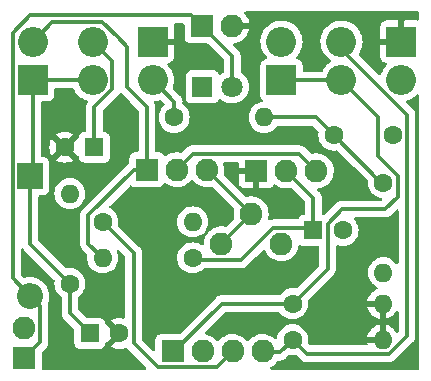
<source format=gtl>
%TF.GenerationSoftware,KiCad,Pcbnew,(5.99.0-7619-gacfbcb4beb)*%
%TF.CreationDate,2020-12-17T10:45:10+02:00*%
%TF.ProjectId,sesenta-y-nueve,73657365-6e74-4612-9d79-2d6e75657665,rev?*%
%TF.SameCoordinates,Original*%
%TF.FileFunction,Copper,L1,Top*%
%TF.FilePolarity,Positive*%
%FSLAX46Y46*%
G04 Gerber Fmt 4.6, Leading zero omitted, Abs format (unit mm)*
G04 Created by KiCad (PCBNEW (5.99.0-7619-gacfbcb4beb)) date 2020-12-17 10:45:10*
%MOMM*%
%LPD*%
G01*
G04 APERTURE LIST*
%TA.AperFunction,ComponentPad*%
%ADD10R,2.540000X2.540000*%
%TD*%
%TA.AperFunction,ComponentPad*%
%ADD11O,2.540000X2.540000*%
%TD*%
%TA.AperFunction,ComponentPad*%
%ADD12R,1.930400X1.930400*%
%TD*%
%TA.AperFunction,ComponentPad*%
%ADD13O,1.930400X1.930400*%
%TD*%
%TA.AperFunction,ComponentPad*%
%ADD14C,1.600000*%
%TD*%
%TA.AperFunction,ComponentPad*%
%ADD15O,1.600000X1.600000*%
%TD*%
%TA.AperFunction,ComponentPad*%
%ADD16R,2.200000X2.200000*%
%TD*%
%TA.AperFunction,ComponentPad*%
%ADD17O,2.200000X2.200000*%
%TD*%
%TA.AperFunction,ComponentPad*%
%ADD18R,1.600000X1.600000*%
%TD*%
%TA.AperFunction,ComponentPad*%
%ADD19R,1.800000X1.800000*%
%TD*%
%TA.AperFunction,ComponentPad*%
%ADD20C,1.800000*%
%TD*%
%TA.AperFunction,ViaPad*%
%ADD21C,0.800000*%
%TD*%
%TA.AperFunction,Conductor*%
%ADD22C,0.380000*%
%TD*%
G04 APERTURE END LIST*
D10*
%TO.P,RV5,1,1*%
%TO.N,GND*%
X155150000Y-86960000D03*
D11*
%TO.P,RV5,2,2*%
%TO.N,OUT*%
X150070000Y-86960000D03*
%TO.P,RV5,3,3*%
%TO.N,Net-(C4-Pad2)*%
X144990000Y-86960000D03*
%TD*%
D12*
%TO.P,J2,1,Pin_1*%
%TO.N,+9V*%
X123200000Y-113770000D03*
D13*
%TO.P,J2,2,Pin_2*%
%TO.N,GND*%
X123200000Y-111230000D03*
%TD*%
D14*
%TO.P,R4,1*%
%TO.N,LED-*%
X129850000Y-102225000D03*
D15*
%TO.P,R4,2*%
%TO.N,Net-(D2-Pad1)*%
X137470000Y-102225000D03*
%TD*%
D10*
%TO.P,RV2,1,1*%
%TO.N,GND*%
X134100000Y-86960000D03*
D11*
%TO.P,RV2,2,2*%
%TO.N,Net-(C3-Pad1)*%
X129020000Y-86960000D03*
%TO.P,RV2,3,3*%
%TO.N,Net-(Q2-Pad1)*%
X123940000Y-86960000D03*
%TD*%
D12*
%TO.P,J1,1,Pin_1*%
%TO.N,IN*%
X135790000Y-113200000D03*
D13*
%TO.P,J1,2,Pin_2*%
%TO.N,GND*%
X138330000Y-113200000D03*
%TO.P,J1,3,Pin_3*%
%TO.N,LED-*%
X140870000Y-113200000D03*
%TO.P,J1,4,Pin_4*%
%TO.N,OUT*%
X143410000Y-113200000D03*
%TD*%
D10*
%TO.P,RV1,1,1*%
%TO.N,IN*%
X144990000Y-90230000D03*
D11*
%TO.P,RV1,2,2*%
X150070000Y-90230000D03*
%TO.P,RV1,3,3*%
%TO.N,Net-(C1-Pad2)*%
X155150000Y-90230000D03*
%TD*%
D12*
%TO.P,J3,1,Pin_1*%
%TO.N,+9V*%
X138270000Y-85630000D03*
D13*
%TO.P,J3,2,Pin_2*%
%TO.N,GND*%
X140810000Y-85630000D03*
%TD*%
D14*
%TO.P,R7,1*%
%TO.N,OUT*%
X145925000Y-112200000D03*
D15*
%TO.P,R7,2*%
%TO.N,GND*%
X153545000Y-112200000D03*
%TD*%
D16*
%TO.P,D1,1,K*%
%TO.N,VCC*%
X123710000Y-98350000D03*
D17*
%TO.P,D1,2,A*%
%TO.N,+9V*%
X123710000Y-108510000D03*
%TD*%
D14*
%TO.P,R5,1*%
%TO.N,Net-(C4-Pad1)*%
X153625000Y-98900000D03*
D15*
%TO.P,R5,2*%
%TO.N,Net-(R5-Pad2)*%
X153625000Y-106520000D03*
%TD*%
D14*
%TO.P,R2,1*%
%TO.N,Net-(Q1-Pad2)*%
X137475000Y-105275000D03*
D15*
%TO.P,R2,2*%
%TO.N,Net-(Q2-Pad1)*%
X129855000Y-105275000D03*
%TD*%
D18*
%TO.P,C3,1*%
%TO.N,Net-(C3-Pad1)*%
X129150000Y-95900000D03*
D14*
%TO.P,C3,2*%
%TO.N,GND*%
X126650000Y-95900000D03*
%TD*%
D10*
%TO.P,RV4,1,1*%
%TO.N,VCC*%
X123940000Y-90230000D03*
D11*
%TO.P,RV4,2,2*%
X129020000Y-90230000D03*
%TO.P,RV4,3,3*%
%TO.N,Net-(R6-Pad1)*%
X134100000Y-90230000D03*
%TD*%
D13*
%TO.P,RV3,1,1*%
%TO.N,Net-(Q2-Pad3)*%
X139885000Y-104075000D03*
%TO.P,RV3,2,2*%
X142425000Y-101535000D03*
%TO.P,RV3,3,3*%
%TO.N,Net-(R5-Pad2)*%
X144965000Y-104075000D03*
%TD*%
D18*
%TO.P,C1,1*%
%TO.N,Net-(Q1-Pad2)*%
X147700000Y-102950000D03*
D14*
%TO.P,C1,2*%
%TO.N,Net-(C1-Pad2)*%
X150200000Y-102950000D03*
%TD*%
D18*
%TO.P,C2,1*%
%TO.N,VCC*%
X128775000Y-111675000D03*
D14*
%TO.P,C2,2*%
%TO.N,GND*%
X131275000Y-111675000D03*
%TD*%
%TO.P,R1,1*%
%TO.N,IN*%
X145925000Y-109150000D03*
D15*
%TO.P,R1,2*%
%TO.N,GND*%
X153545000Y-109150000D03*
%TD*%
D14*
%TO.P,R3,1*%
%TO.N,VCC*%
X127075000Y-107450000D03*
D15*
%TO.P,R3,2*%
%TO.N,Net-(Q1-Pad3)*%
X127075000Y-99830000D03*
%TD*%
D12*
%TO.P,Q1,1,E*%
%TO.N,GND*%
X142860000Y-97900000D03*
D13*
%TO.P,Q1,2,B*%
%TO.N,Net-(Q1-Pad2)*%
X145400000Y-97900000D03*
%TO.P,Q1,3,C*%
%TO.N,Net-(Q1-Pad3)*%
X147940000Y-97900000D03*
%TD*%
D14*
%TO.P,C4,1*%
%TO.N,Net-(C4-Pad1)*%
X149425000Y-94875000D03*
%TO.P,C4,2*%
%TO.N,Net-(C4-Pad2)*%
X154425000Y-94875000D03*
%TD*%
%TO.P,R6,1*%
%TO.N,Net-(R6-Pad1)*%
X135910000Y-93380000D03*
D15*
%TO.P,R6,2*%
%TO.N,Net-(C4-Pad1)*%
X143530000Y-93380000D03*
%TD*%
D12*
%TO.P,Q2,1,E*%
%TO.N,Net-(Q2-Pad1)*%
X133585000Y-97800000D03*
D13*
%TO.P,Q2,2,B*%
%TO.N,Net-(Q1-Pad3)*%
X136125000Y-97800000D03*
%TO.P,Q2,3,C*%
%TO.N,Net-(Q2-Pad3)*%
X138665000Y-97800000D03*
%TD*%
D19*
%TO.P,D2,1,K*%
%TO.N,Net-(D2-Pad1)*%
X138290000Y-90790000D03*
D20*
%TO.P,D2,2,A*%
%TO.N,+9V*%
X140830000Y-90790000D03*
%TD*%
D21*
%TO.N,GND*%
X155050000Y-114050000D03*
X135375000Y-108625000D03*
%TD*%
D22*
%TO.N,LED-*%
X132465001Y-104840001D02*
X132465001Y-110815001D01*
X140870000Y-113200000D02*
X139514799Y-114555201D01*
X132465001Y-112507403D02*
X132465001Y-110815001D01*
X139514799Y-114555201D02*
X134512799Y-114555201D01*
X134512799Y-114555201D02*
X132465001Y-112507403D01*
%TO.N,OUT*%
X145925000Y-112200000D02*
X147115001Y-113390001D01*
X147115001Y-113390001D02*
X154116201Y-113390001D01*
X154116201Y-113390001D02*
X155615001Y-111891201D01*
X155615001Y-111891201D02*
X155615001Y-93151803D01*
X155615001Y-93151803D02*
X150070000Y-87606802D01*
X150070000Y-87606802D02*
X150070000Y-86960000D01*
X143420000Y-113270000D02*
X144855000Y-113270000D01*
X144855000Y-113270000D02*
X145925000Y-112200000D01*
%TO.N,IN*%
X148890001Y-102384999D02*
X148890001Y-104290001D01*
X145925000Y-109150000D02*
X148890001Y-106184999D01*
X148890001Y-106184999D02*
X148890001Y-104290001D01*
X145925000Y-109150000D02*
X139920000Y-109150000D01*
X139920000Y-109150000D02*
X135800000Y-113270000D01*
%TO.N,Net-(Q1-Pad2)*%
X137475000Y-105275000D02*
X137630201Y-105430201D01*
X137630201Y-105430201D02*
X141604101Y-105430201D01*
X141604101Y-105430201D02*
X144314503Y-102719799D01*
X144314503Y-102719799D02*
X147469799Y-102719799D01*
X147469799Y-102719799D02*
X147700000Y-102950000D01*
%TO.N,LED-*%
X129850000Y-102225000D02*
X132465001Y-104840001D01*
%TO.N,Net-(Q2-Pad1)*%
X129855000Y-105275000D02*
X128650000Y-104070000D01*
X128650000Y-104070000D02*
X128650000Y-101663798D01*
X128650000Y-101663798D02*
X132513798Y-97800000D01*
X132513798Y-97800000D02*
X133585000Y-97800000D01*
%TO.N,IN*%
X154815001Y-100096201D02*
X153768101Y-101143101D01*
X153768101Y-101143101D02*
X150131899Y-101143101D01*
X150131899Y-101143101D02*
X148890001Y-102384999D01*
X153175000Y-93335000D02*
X153175000Y-96688798D01*
X153175000Y-96688798D02*
X154815001Y-98328799D01*
X154815001Y-98328799D02*
X154815001Y-100096201D01*
%TO.N,Net-(C4-Pad1)*%
X153625000Y-98900000D02*
X153450000Y-98900000D01*
X153450000Y-98900000D02*
X149425000Y-94875000D01*
%TO.N,Net-(Q1-Pad2)*%
X147700000Y-102950000D02*
X147700000Y-100500000D01*
X147700000Y-100500000D02*
X147700000Y-100200000D01*
X147700000Y-100200000D02*
X145400000Y-97900000D01*
%TO.N,IN*%
X153175000Y-93335000D02*
X150070000Y-90230000D01*
%TO.N,Net-(C4-Pad1)*%
X149425000Y-94875000D02*
X147930000Y-93380000D01*
X147930000Y-93380000D02*
X143530000Y-93380000D01*
%TO.N,Net-(Q2-Pad3)*%
X142425000Y-101535000D02*
X142400000Y-101535000D01*
X142400000Y-101535000D02*
X138665000Y-97800000D01*
X139885000Y-104075000D02*
X142425000Y-101535000D01*
%TO.N,VCC*%
X127075000Y-107450000D02*
X123710000Y-104085000D01*
X123710000Y-104085000D02*
X123710000Y-98350000D01*
X128775000Y-111675000D02*
X127075000Y-109975000D01*
X127075000Y-109975000D02*
X127075000Y-107450000D01*
%TO.N,Net-(Q1-Pad3)*%
X147940000Y-97900000D02*
X146484799Y-96444799D01*
X146484799Y-96444799D02*
X137480201Y-96444799D01*
X137480201Y-96444799D02*
X136125000Y-97800000D01*
%TO.N,Net-(Q2-Pad1)*%
X133585000Y-92485000D02*
X131900000Y-90800000D01*
X133585000Y-97800000D02*
X133585000Y-92485000D01*
X129816801Y-85299999D02*
X131108401Y-86591599D01*
X131900000Y-90800000D02*
X131900000Y-87383198D01*
X131900000Y-87383198D02*
X131108401Y-86591599D01*
%TO.N,Net-(C3-Pad1)*%
X130680001Y-90994999D02*
X130680001Y-88620001D01*
X129150000Y-95900000D02*
X129150000Y-92525000D01*
X129150000Y-92525000D02*
X130680001Y-90994999D01*
X130680001Y-88620001D02*
X129020000Y-86960000D01*
%TO.N,VCC*%
X123940000Y-90230000D02*
X129020000Y-90230000D01*
X123710000Y-98350000D02*
X123940000Y-98120000D01*
X123940000Y-98120000D02*
X123940000Y-90230000D01*
%TO.N,+9V*%
X124555201Y-109355201D02*
X123710000Y-108510000D01*
X123710000Y-108510000D02*
X122219990Y-107019990D01*
X122219990Y-107019990D02*
X122219990Y-86223208D01*
X124555201Y-112414799D02*
X124555201Y-109355201D01*
X123200000Y-113770000D02*
X124555201Y-112414799D01*
X138270000Y-85630000D02*
X140830000Y-88190000D01*
X122219990Y-86223208D02*
X123723209Y-84719989D01*
X123723209Y-84719989D02*
X137359989Y-84719989D01*
X137359989Y-84719989D02*
X138270000Y-85630000D01*
X140830000Y-88190000D02*
X140830000Y-90790000D01*
%TO.N,IN*%
X144990000Y-90230000D02*
X150070000Y-90230000D01*
%TO.N,Net-(Q2-Pad1)*%
X123940000Y-86960000D02*
X125600001Y-85299999D01*
X125600001Y-85299999D02*
X129816801Y-85299999D01*
%TO.N,Net-(R6-Pad1)*%
X135910000Y-92040000D02*
X134100000Y-90230000D01*
X135910000Y-93380000D02*
X135910000Y-92040000D01*
%TD*%
%TA.AperFunction,Conductor*%
%TO.N,GND*%
G36*
X127369017Y-90948502D02*
G01*
X127411887Y-90994861D01*
X127515811Y-91188274D01*
X127518606Y-91192017D01*
X127518608Y-91192020D01*
X127671183Y-91396343D01*
X127671188Y-91396349D01*
X127673975Y-91400081D01*
X127677284Y-91403361D01*
X127677289Y-91403367D01*
X127848489Y-91573079D01*
X127861709Y-91586184D01*
X127865471Y-91588942D01*
X127865474Y-91588945D01*
X128045815Y-91721176D01*
X128074889Y-91742494D01*
X128079032Y-91744674D01*
X128079034Y-91744675D01*
X128304681Y-91863394D01*
X128304686Y-91863396D01*
X128308831Y-91865577D01*
X128313254Y-91867122D01*
X128313255Y-91867122D01*
X128512060Y-91936548D01*
X128569778Y-91977890D01*
X128595981Y-92043874D01*
X128582351Y-92113550D01*
X128569678Y-92133242D01*
X128548252Y-92160568D01*
X128545126Y-92167491D01*
X128543256Y-92170579D01*
X128536086Y-92183149D01*
X128534372Y-92186346D01*
X128530004Y-92192561D01*
X128527243Y-92199643D01*
X128507150Y-92251179D01*
X128504598Y-92257252D01*
X128478692Y-92314626D01*
X128477307Y-92322095D01*
X128476228Y-92325539D01*
X128472270Y-92339432D01*
X128471361Y-92342972D01*
X128468603Y-92350047D01*
X128467612Y-92357578D01*
X128467611Y-92357580D01*
X128460390Y-92412430D01*
X128459358Y-92418944D01*
X128449273Y-92473360D01*
X128447889Y-92480828D01*
X128448326Y-92488408D01*
X128448326Y-92488409D01*
X128451292Y-92539847D01*
X128451501Y-92547100D01*
X128451500Y-94461930D01*
X128431498Y-94530051D01*
X128377842Y-94576544D01*
X128334490Y-94587609D01*
X128283659Y-94591245D01*
X128283658Y-94591245D01*
X128276921Y-94591727D01*
X128223884Y-94607300D01*
X128145330Y-94630365D01*
X128145328Y-94630366D01*
X128136684Y-94632904D01*
X128129105Y-94637775D01*
X128021309Y-94707051D01*
X128021306Y-94707053D01*
X128013729Y-94711923D01*
X128007828Y-94718733D01*
X127923918Y-94815569D01*
X127923916Y-94815572D01*
X127918016Y-94822381D01*
X127857300Y-94955330D01*
X127856018Y-94964245D01*
X127856018Y-94964246D01*
X127841334Y-95066378D01*
X127811841Y-95130959D01*
X127771398Y-95156950D01*
X127772861Y-95159733D01*
X127723570Y-95185641D01*
X127022021Y-95887189D01*
X127014408Y-95901132D01*
X127014539Y-95902966D01*
X127018790Y-95909580D01*
X127724294Y-96615083D01*
X127767621Y-96638741D01*
X127774182Y-96640168D01*
X127824390Y-96690364D01*
X127839488Y-96741772D01*
X127841727Y-96773079D01*
X127882904Y-96913316D01*
X127887775Y-96920895D01*
X127957051Y-97028691D01*
X127957053Y-97028694D01*
X127961923Y-97036271D01*
X127968733Y-97042172D01*
X128065569Y-97126082D01*
X128065572Y-97126084D01*
X128072381Y-97131984D01*
X128080579Y-97135728D01*
X128188623Y-97185070D01*
X128205330Y-97192700D01*
X128214245Y-97193982D01*
X128214246Y-97193982D01*
X128345552Y-97212861D01*
X128345559Y-97212862D01*
X128350000Y-97213500D01*
X129950000Y-97213500D01*
X130023079Y-97208273D01*
X130129855Y-97176921D01*
X130154670Y-97169635D01*
X130154672Y-97169634D01*
X130163316Y-97167096D01*
X130227135Y-97126082D01*
X130278691Y-97092949D01*
X130278694Y-97092947D01*
X130286271Y-97088077D01*
X130326048Y-97042172D01*
X130376082Y-96984431D01*
X130376084Y-96984428D01*
X130381984Y-96977619D01*
X130421025Y-96892132D01*
X130438958Y-96852864D01*
X130438958Y-96852863D01*
X130442700Y-96844670D01*
X130446532Y-96818016D01*
X130462861Y-96704448D01*
X130462862Y-96704441D01*
X130463500Y-96700000D01*
X130463500Y-95100000D01*
X130458273Y-95026921D01*
X130417096Y-94886684D01*
X130371393Y-94815569D01*
X130342949Y-94771309D01*
X130342947Y-94771306D01*
X130338077Y-94763729D01*
X130331267Y-94757828D01*
X130234431Y-94673918D01*
X130234428Y-94673916D01*
X130227619Y-94668016D01*
X130094670Y-94607300D01*
X130085756Y-94606018D01*
X130085748Y-94606016D01*
X129956568Y-94587443D01*
X129891987Y-94557950D01*
X129853604Y-94498224D01*
X129848500Y-94462726D01*
X129848500Y-92866517D01*
X129868502Y-92798396D01*
X129885405Y-92777422D01*
X130503757Y-92159071D01*
X131155055Y-91507773D01*
X131161321Y-91501919D01*
X131165164Y-91498567D01*
X131202803Y-91465732D01*
X131238996Y-91414234D01*
X131242911Y-91408964D01*
X131277470Y-91364891D01*
X131335244Y-91323627D01*
X131406155Y-91320149D01*
X131465717Y-91353544D01*
X132158019Y-92045847D01*
X132849596Y-92737424D01*
X132883622Y-92799736D01*
X132886501Y-92826519D01*
X132886500Y-96195300D01*
X132866498Y-96263421D01*
X132812842Y-96309914D01*
X132760500Y-96321300D01*
X132619800Y-96321300D01*
X132546721Y-96326527D01*
X132493684Y-96342100D01*
X132415130Y-96365165D01*
X132415128Y-96365166D01*
X132406484Y-96367704D01*
X132398905Y-96372575D01*
X132291109Y-96441851D01*
X132291106Y-96441853D01*
X132283529Y-96446723D01*
X132277628Y-96453533D01*
X132193718Y-96550369D01*
X132193716Y-96550372D01*
X132187816Y-96557181D01*
X132184072Y-96565379D01*
X132137043Y-96668359D01*
X132127100Y-96690130D01*
X132125818Y-96699045D01*
X132125818Y-96699046D01*
X132106939Y-96830352D01*
X132106938Y-96830359D01*
X132106300Y-96834800D01*
X132106300Y-97166325D01*
X132086298Y-97234446D01*
X132059626Y-97261956D01*
X132060522Y-97262972D01*
X132054824Y-97267996D01*
X132048565Y-97272297D01*
X132043515Y-97277965D01*
X132043514Y-97277966D01*
X132009228Y-97316448D01*
X132004246Y-97321724D01*
X128174956Y-101151015D01*
X128168691Y-101156869D01*
X128127199Y-101193065D01*
X128091009Y-101244558D01*
X128087098Y-101249824D01*
X128048252Y-101299366D01*
X128045126Y-101306289D01*
X128043256Y-101309377D01*
X128036086Y-101321947D01*
X128034372Y-101325144D01*
X128030004Y-101331359D01*
X128027243Y-101338441D01*
X128007150Y-101389977D01*
X128004598Y-101396050D01*
X127978692Y-101453424D01*
X127977307Y-101460893D01*
X127976228Y-101464337D01*
X127972270Y-101478230D01*
X127971361Y-101481770D01*
X127968603Y-101488845D01*
X127967612Y-101496376D01*
X127967611Y-101496378D01*
X127960390Y-101551228D01*
X127959358Y-101557742D01*
X127950807Y-101603882D01*
X127947889Y-101619626D01*
X127948326Y-101627206D01*
X127948326Y-101627207D01*
X127951292Y-101678644D01*
X127951501Y-101685897D01*
X127951500Y-104043341D01*
X127951208Y-104051910D01*
X127948622Y-104089850D01*
X127947465Y-104106818D01*
X127948770Y-104114294D01*
X127948770Y-104114297D01*
X127958281Y-104168791D01*
X127959244Y-104175317D01*
X127965892Y-104230256D01*
X127965895Y-104230266D01*
X127966807Y-104237807D01*
X127969493Y-104244915D01*
X127970358Y-104248437D01*
X127974169Y-104262366D01*
X127975221Y-104265849D01*
X127976527Y-104273334D01*
X127979580Y-104280289D01*
X128001816Y-104330943D01*
X128004309Y-104337052D01*
X128016653Y-104369719D01*
X128026556Y-104395928D01*
X128030859Y-104402188D01*
X128032533Y-104405391D01*
X128039554Y-104418007D01*
X128041417Y-104421156D01*
X128044469Y-104428110D01*
X128082781Y-104478038D01*
X128086645Y-104483358D01*
X128112637Y-104521176D01*
X128122297Y-104535232D01*
X128127967Y-104540284D01*
X128127968Y-104540285D01*
X128166432Y-104574555D01*
X128171709Y-104579536D01*
X128527125Y-104934953D01*
X128561150Y-104997265D01*
X128562088Y-105044551D01*
X128561455Y-105046913D01*
X128560977Y-105052378D01*
X128560976Y-105052383D01*
X128541988Y-105269421D01*
X128541500Y-105275000D01*
X128561455Y-105503087D01*
X128562879Y-105508400D01*
X128562879Y-105508402D01*
X128572230Y-105543298D01*
X128620714Y-105724243D01*
X128623036Y-105729224D01*
X128623037Y-105729225D01*
X128715150Y-105926763D01*
X128715153Y-105926768D01*
X128717476Y-105931750D01*
X128720632Y-105936257D01*
X128720633Y-105936259D01*
X128842183Y-106109850D01*
X128848801Y-106119302D01*
X129010698Y-106281199D01*
X129015206Y-106284356D01*
X129015209Y-106284358D01*
X129193741Y-106409367D01*
X129198250Y-106412524D01*
X129203232Y-106414847D01*
X129203237Y-106414850D01*
X129400775Y-106506963D01*
X129405757Y-106509286D01*
X129411065Y-106510708D01*
X129411067Y-106510709D01*
X129621598Y-106567121D01*
X129621600Y-106567121D01*
X129626913Y-106568545D01*
X129855000Y-106588500D01*
X130083087Y-106568545D01*
X130088400Y-106567121D01*
X130088402Y-106567121D01*
X130298933Y-106510709D01*
X130298935Y-106510708D01*
X130304243Y-106509286D01*
X130309225Y-106506963D01*
X130506763Y-106414850D01*
X130506768Y-106414847D01*
X130511750Y-106412524D01*
X130516259Y-106409367D01*
X130694791Y-106284358D01*
X130694794Y-106284356D01*
X130699302Y-106281199D01*
X130861199Y-106119302D01*
X130867818Y-106109850D01*
X130989367Y-105936259D01*
X130989368Y-105936257D01*
X130992524Y-105931750D01*
X130994847Y-105926768D01*
X130994850Y-105926763D01*
X131086963Y-105729225D01*
X131086964Y-105729224D01*
X131089286Y-105724243D01*
X131137771Y-105543298D01*
X131147121Y-105508402D01*
X131147121Y-105508400D01*
X131148545Y-105503087D01*
X131168500Y-105275000D01*
X131148545Y-105046913D01*
X131145895Y-105037023D01*
X131090709Y-104831067D01*
X131090708Y-104831065D01*
X131089286Y-104825757D01*
X131064814Y-104773276D01*
X131054153Y-104703086D01*
X131083133Y-104638273D01*
X131142552Y-104599416D01*
X131213547Y-104598853D01*
X131268104Y-104630932D01*
X131729596Y-105092424D01*
X131763622Y-105154736D01*
X131766501Y-105181519D01*
X131766502Y-107930818D01*
X131766502Y-110288346D01*
X131746500Y-110356467D01*
X131692844Y-110402960D01*
X131622570Y-110413064D01*
X131607890Y-110410052D01*
X131508320Y-110383372D01*
X131497523Y-110381468D01*
X131280475Y-110362479D01*
X131269525Y-110362479D01*
X131052477Y-110381468D01*
X131041690Y-110383370D01*
X130831239Y-110439761D01*
X130820943Y-110443509D01*
X130623487Y-110535583D01*
X130613992Y-110541066D01*
X130561950Y-110577506D01*
X130553574Y-110587985D01*
X130560642Y-110601431D01*
X131545115Y-111585905D01*
X131579141Y-111648217D01*
X131574076Y-111719033D01*
X131545115Y-111764095D01*
X131275000Y-112034210D01*
X130559921Y-112749290D01*
X130553491Y-112761065D01*
X130562787Y-112773080D01*
X130613992Y-112808934D01*
X130623487Y-112814417D01*
X130820943Y-112906491D01*
X130831239Y-112910239D01*
X131041690Y-112966630D01*
X131052477Y-112968532D01*
X131269525Y-112987521D01*
X131280475Y-112987521D01*
X131497523Y-112968532D01*
X131508310Y-112966630D01*
X131718761Y-112910239D01*
X131729062Y-112906490D01*
X131755660Y-112894087D01*
X131825852Y-112883426D01*
X131890664Y-112912407D01*
X131912747Y-112936912D01*
X131937298Y-112972635D01*
X131942968Y-112977687D01*
X131942969Y-112977688D01*
X131981442Y-113011966D01*
X131986718Y-113016947D01*
X133496675Y-114526905D01*
X133530701Y-114589217D01*
X133525636Y-114660033D01*
X133483089Y-114716868D01*
X133416569Y-114741679D01*
X133407580Y-114742000D01*
X124804700Y-114742000D01*
X124736579Y-114721998D01*
X124690086Y-114668342D01*
X124678700Y-114616000D01*
X124678700Y-113331318D01*
X124698702Y-113263197D01*
X124715605Y-113242223D01*
X125030255Y-112927573D01*
X125036521Y-112921719D01*
X125072276Y-112890528D01*
X125078003Y-112885532D01*
X125114189Y-112834045D01*
X125118115Y-112828759D01*
X125137770Y-112803691D01*
X125156949Y-112779231D01*
X125160075Y-112772307D01*
X125161955Y-112769203D01*
X125169119Y-112756643D01*
X125170828Y-112753456D01*
X125175198Y-112747238D01*
X125198056Y-112688610D01*
X125200610Y-112682534D01*
X125223382Y-112632100D01*
X125223383Y-112632098D01*
X125226509Y-112625174D01*
X125227893Y-112617705D01*
X125228982Y-112614231D01*
X125232932Y-112600364D01*
X125233840Y-112596830D01*
X125236599Y-112589752D01*
X125244812Y-112527364D01*
X125245842Y-112520859D01*
X125248110Y-112508622D01*
X125257313Y-112458972D01*
X125255589Y-112429065D01*
X125253910Y-112399958D01*
X125253701Y-112392704D01*
X125253701Y-109381859D01*
X125253993Y-109373290D01*
X125257220Y-109325958D01*
X125257220Y-109325954D01*
X125257736Y-109318382D01*
X125256431Y-109310906D01*
X125256431Y-109310901D01*
X125246918Y-109256392D01*
X125245955Y-109249869D01*
X125239307Y-109194939D01*
X125238394Y-109187393D01*
X125235707Y-109180282D01*
X125234838Y-109176745D01*
X125231035Y-109162845D01*
X125229982Y-109159359D01*
X125228675Y-109151866D01*
X125225619Y-109144904D01*
X125223425Y-109137637D01*
X125226183Y-109136804D01*
X125218842Y-109079655D01*
X125226867Y-109051243D01*
X125242634Y-109013177D01*
X125242635Y-109013174D01*
X125244530Y-109008599D01*
X125266760Y-108916002D01*
X125302480Y-108767220D01*
X125302481Y-108767214D01*
X125303635Y-108762407D01*
X125323500Y-108510000D01*
X125303635Y-108257593D01*
X125244530Y-108011401D01*
X125226603Y-107968122D01*
X125149534Y-107782060D01*
X125149532Y-107782056D01*
X125147639Y-107777486D01*
X125015349Y-107561608D01*
X125012138Y-107557848D01*
X125012134Y-107557843D01*
X124854130Y-107372845D01*
X124850917Y-107369083D01*
X124728573Y-107264591D01*
X124662157Y-107207866D01*
X124662152Y-107207862D01*
X124658392Y-107204651D01*
X124442514Y-107072361D01*
X124437944Y-107070468D01*
X124437940Y-107070466D01*
X124213172Y-106977364D01*
X124213170Y-106977363D01*
X124208599Y-106975470D01*
X124123894Y-106955134D01*
X123967220Y-106917520D01*
X123967214Y-106917519D01*
X123962407Y-106916365D01*
X123710000Y-106896500D01*
X123457593Y-106916365D01*
X123452786Y-106917519D01*
X123452780Y-106917520D01*
X123241224Y-106968310D01*
X123170316Y-106964763D01*
X123122715Y-106934887D01*
X122955395Y-106767568D01*
X122921370Y-106705256D01*
X122918490Y-106678472D01*
X122918490Y-104572176D01*
X122938492Y-104504055D01*
X122992148Y-104457562D01*
X123062422Y-104447458D01*
X123127002Y-104476952D01*
X123148330Y-104500810D01*
X123177992Y-104543970D01*
X123177998Y-104543977D01*
X123182297Y-104550232D01*
X123187967Y-104555284D01*
X123187968Y-104555285D01*
X123226441Y-104589563D01*
X123231717Y-104594544D01*
X125747126Y-107109954D01*
X125781151Y-107172264D01*
X125782088Y-107219552D01*
X125781455Y-107221913D01*
X125761500Y-107450000D01*
X125781455Y-107678087D01*
X125782879Y-107683400D01*
X125782879Y-107683402D01*
X125833645Y-107872860D01*
X125840714Y-107899243D01*
X125843036Y-107904224D01*
X125843037Y-107904225D01*
X125935150Y-108101763D01*
X125935153Y-108101768D01*
X125937476Y-108106750D01*
X125940632Y-108111257D01*
X125940633Y-108111259D01*
X125961476Y-108141025D01*
X126068801Y-108294302D01*
X126230698Y-108456199D01*
X126255187Y-108473346D01*
X126322771Y-108520669D01*
X126367100Y-108576126D01*
X126376501Y-108623881D01*
X126376500Y-109310901D01*
X126376500Y-109948340D01*
X126376208Y-109956909D01*
X126373394Y-109998197D01*
X126372465Y-110011818D01*
X126373770Y-110019294D01*
X126373770Y-110019297D01*
X126383281Y-110073791D01*
X126384244Y-110080317D01*
X126390892Y-110135256D01*
X126390895Y-110135266D01*
X126391807Y-110142807D01*
X126394493Y-110149915D01*
X126395358Y-110153437D01*
X126399169Y-110167366D01*
X126400221Y-110170849D01*
X126401527Y-110178334D01*
X126404580Y-110185289D01*
X126426816Y-110235943D01*
X126429309Y-110242052D01*
X126446802Y-110288346D01*
X126451556Y-110300928D01*
X126455859Y-110307188D01*
X126457533Y-110310391D01*
X126464554Y-110323007D01*
X126466417Y-110326156D01*
X126469469Y-110333110D01*
X126507781Y-110383038D01*
X126511645Y-110388358D01*
X126542142Y-110432731D01*
X126547297Y-110440232D01*
X126552967Y-110445284D01*
X126552968Y-110445285D01*
X126591432Y-110479555D01*
X126596709Y-110484536D01*
X127424596Y-111312424D01*
X127458621Y-111374736D01*
X127461500Y-111401519D01*
X127461500Y-112475000D01*
X127466727Y-112548079D01*
X127478963Y-112589752D01*
X127504056Y-112675210D01*
X127507904Y-112688316D01*
X127512775Y-112695895D01*
X127582051Y-112803691D01*
X127582053Y-112803694D01*
X127586923Y-112811271D01*
X127593733Y-112817172D01*
X127690569Y-112901082D01*
X127690572Y-112901084D01*
X127697381Y-112906984D01*
X127705579Y-112910728D01*
X127732274Y-112922919D01*
X127830330Y-112967700D01*
X127839245Y-112968982D01*
X127839246Y-112968982D01*
X127970552Y-112987861D01*
X127970559Y-112987862D01*
X127975000Y-112988500D01*
X129575000Y-112988500D01*
X129648079Y-112983273D01*
X129726165Y-112960345D01*
X129779670Y-112944635D01*
X129779672Y-112944634D01*
X129788316Y-112942096D01*
X129879608Y-112883426D01*
X129903691Y-112867949D01*
X129903694Y-112867947D01*
X129911271Y-112863077D01*
X129923835Y-112848578D01*
X130001082Y-112759431D01*
X130001084Y-112759428D01*
X130006984Y-112752619D01*
X130067700Y-112619670D01*
X130072002Y-112589752D01*
X130083666Y-112508622D01*
X130113159Y-112444041D01*
X130153602Y-112418050D01*
X130152139Y-112415267D01*
X130201430Y-112389359D01*
X130902979Y-111687811D01*
X130910592Y-111673868D01*
X130910461Y-111672034D01*
X130906210Y-111665420D01*
X130200706Y-110959917D01*
X130157379Y-110936259D01*
X130150818Y-110934832D01*
X130100610Y-110884636D01*
X130085512Y-110833227D01*
X130083755Y-110808659D01*
X130083755Y-110808658D01*
X130083273Y-110801921D01*
X130042096Y-110661684D01*
X130017574Y-110623528D01*
X129967949Y-110546309D01*
X129967947Y-110546306D01*
X129963077Y-110538729D01*
X129956267Y-110532828D01*
X129859431Y-110448918D01*
X129859428Y-110448916D01*
X129852619Y-110443016D01*
X129827179Y-110431398D01*
X129727864Y-110386042D01*
X129727863Y-110386042D01*
X129719670Y-110382300D01*
X129710755Y-110381018D01*
X129710754Y-110381018D01*
X129579448Y-110362139D01*
X129579441Y-110362138D01*
X129575000Y-110361500D01*
X128501519Y-110361500D01*
X128433398Y-110341498D01*
X128412424Y-110324596D01*
X127810405Y-109722578D01*
X127776380Y-109660265D01*
X127773500Y-109633482D01*
X127773500Y-108623881D01*
X127793502Y-108555760D01*
X127827230Y-108520668D01*
X127842466Y-108510000D01*
X127919302Y-108456199D01*
X128081199Y-108294302D01*
X128188525Y-108141025D01*
X128209367Y-108111259D01*
X128209368Y-108111257D01*
X128212524Y-108106750D01*
X128214847Y-108101768D01*
X128214850Y-108101763D01*
X128306963Y-107904225D01*
X128306964Y-107904224D01*
X128309286Y-107899243D01*
X128316356Y-107872860D01*
X128367121Y-107683402D01*
X128367121Y-107683400D01*
X128368545Y-107678087D01*
X128388500Y-107450000D01*
X128368545Y-107221913D01*
X128356444Y-107176750D01*
X128310709Y-107006067D01*
X128310708Y-107006065D01*
X128309286Y-107000757D01*
X128298378Y-106977364D01*
X128214850Y-106798237D01*
X128214847Y-106798232D01*
X128212524Y-106793250D01*
X128209367Y-106788741D01*
X128084358Y-106610209D01*
X128084356Y-106610206D01*
X128081199Y-106605698D01*
X127919302Y-106443801D01*
X127914794Y-106440644D01*
X127914791Y-106440642D01*
X127736259Y-106315633D01*
X127736257Y-106315632D01*
X127731750Y-106312476D01*
X127726768Y-106310153D01*
X127726763Y-106310150D01*
X127529225Y-106218037D01*
X127529224Y-106218036D01*
X127524243Y-106215714D01*
X127518935Y-106214292D01*
X127518933Y-106214291D01*
X127308402Y-106157879D01*
X127308400Y-106157879D01*
X127303087Y-106156455D01*
X127075000Y-106136500D01*
X126846913Y-106156455D01*
X126844885Y-106156998D01*
X126775373Y-106149249D01*
X126734955Y-106122127D01*
X124445405Y-103832578D01*
X124411379Y-103770266D01*
X124408500Y-103743483D01*
X124408500Y-100089500D01*
X124428502Y-100021379D01*
X124482158Y-99974886D01*
X124534500Y-99963500D01*
X124810000Y-99963500D01*
X124883079Y-99958273D01*
X124969339Y-99932945D01*
X125014670Y-99919635D01*
X125014672Y-99919634D01*
X125023316Y-99917096D01*
X125090264Y-99874071D01*
X125138691Y-99842949D01*
X125138694Y-99842947D01*
X125146271Y-99838077D01*
X125153269Y-99830000D01*
X125761500Y-99830000D01*
X125781455Y-100058087D01*
X125782879Y-100063400D01*
X125782879Y-100063402D01*
X125825476Y-100222373D01*
X125840714Y-100279243D01*
X125843036Y-100284224D01*
X125843037Y-100284225D01*
X125935150Y-100481763D01*
X125935153Y-100481768D01*
X125937476Y-100486750D01*
X125940632Y-100491257D01*
X125940633Y-100491259D01*
X126060359Y-100662245D01*
X126068801Y-100674302D01*
X126230698Y-100836199D01*
X126235206Y-100839356D01*
X126235209Y-100839358D01*
X126400759Y-100955277D01*
X126418250Y-100967524D01*
X126423232Y-100969847D01*
X126423237Y-100969850D01*
X126603113Y-101053727D01*
X126625757Y-101064286D01*
X126631065Y-101065708D01*
X126631067Y-101065709D01*
X126841598Y-101122121D01*
X126841600Y-101122121D01*
X126846913Y-101123545D01*
X127075000Y-101143500D01*
X127303087Y-101123545D01*
X127308400Y-101122121D01*
X127308402Y-101122121D01*
X127518933Y-101065709D01*
X127518935Y-101065708D01*
X127524243Y-101064286D01*
X127546887Y-101053727D01*
X127726763Y-100969850D01*
X127726768Y-100969847D01*
X127731750Y-100967524D01*
X127749241Y-100955277D01*
X127914791Y-100839358D01*
X127914794Y-100839356D01*
X127919302Y-100836199D01*
X128081199Y-100674302D01*
X128089642Y-100662245D01*
X128209367Y-100491259D01*
X128209368Y-100491257D01*
X128212524Y-100486750D01*
X128214847Y-100481768D01*
X128214850Y-100481763D01*
X128306963Y-100284225D01*
X128306964Y-100284224D01*
X128309286Y-100279243D01*
X128324525Y-100222373D01*
X128367121Y-100063402D01*
X128367121Y-100063400D01*
X128368545Y-100058087D01*
X128388500Y-99830000D01*
X128368545Y-99601913D01*
X128309286Y-99380757D01*
X128306007Y-99373725D01*
X128214850Y-99178237D01*
X128214847Y-99178232D01*
X128212524Y-99173250D01*
X128195796Y-99149360D01*
X128084358Y-98990209D01*
X128084356Y-98990206D01*
X128081199Y-98985698D01*
X127919302Y-98823801D01*
X127914794Y-98820644D01*
X127914791Y-98820642D01*
X127736259Y-98695633D01*
X127736257Y-98695632D01*
X127731750Y-98692476D01*
X127726768Y-98690153D01*
X127726763Y-98690150D01*
X127529225Y-98598037D01*
X127529224Y-98598036D01*
X127524243Y-98595714D01*
X127518935Y-98594292D01*
X127518933Y-98594291D01*
X127308402Y-98537879D01*
X127308400Y-98537879D01*
X127303087Y-98536455D01*
X127075000Y-98516500D01*
X126846913Y-98536455D01*
X126841600Y-98537879D01*
X126841598Y-98537879D01*
X126631067Y-98594291D01*
X126631065Y-98594292D01*
X126625757Y-98595714D01*
X126620776Y-98598036D01*
X126620775Y-98598037D01*
X126423237Y-98690150D01*
X126423232Y-98690153D01*
X126418250Y-98692476D01*
X126413743Y-98695632D01*
X126413741Y-98695633D01*
X126235209Y-98820642D01*
X126235206Y-98820644D01*
X126230698Y-98823801D01*
X126068801Y-98985698D01*
X126065644Y-98990206D01*
X126065642Y-98990209D01*
X125954204Y-99149360D01*
X125937476Y-99173250D01*
X125935153Y-99178232D01*
X125935150Y-99178237D01*
X125843993Y-99373725D01*
X125840714Y-99380757D01*
X125781455Y-99601913D01*
X125761500Y-99830000D01*
X125153269Y-99830000D01*
X125158014Y-99824525D01*
X125236082Y-99734431D01*
X125236084Y-99734428D01*
X125241984Y-99727619D01*
X125302700Y-99594670D01*
X125308869Y-99551763D01*
X125322861Y-99454448D01*
X125322862Y-99454441D01*
X125323500Y-99450000D01*
X125323500Y-97250000D01*
X125318273Y-97176921D01*
X125277096Y-97036684D01*
X125249634Y-96993952D01*
X125244565Y-96986064D01*
X125928490Y-96986064D01*
X125937784Y-96998078D01*
X125988992Y-97033934D01*
X125998487Y-97039417D01*
X126195943Y-97131491D01*
X126206239Y-97135239D01*
X126416690Y-97191630D01*
X126427477Y-97193532D01*
X126644525Y-97212521D01*
X126655475Y-97212521D01*
X126872523Y-97193532D01*
X126883310Y-97191630D01*
X127093761Y-97135239D01*
X127104057Y-97131491D01*
X127301513Y-97039417D01*
X127311008Y-97033934D01*
X127363050Y-96997494D01*
X127371426Y-96987015D01*
X127364359Y-96973570D01*
X126662811Y-96272021D01*
X126648868Y-96264408D01*
X126647034Y-96264539D01*
X126640420Y-96268790D01*
X125934917Y-96974294D01*
X125928490Y-96986064D01*
X125244565Y-96986064D01*
X125202949Y-96921309D01*
X125202947Y-96921306D01*
X125198077Y-96913729D01*
X125191267Y-96907828D01*
X125094431Y-96823918D01*
X125094428Y-96823916D01*
X125087619Y-96818016D01*
X124954670Y-96757300D01*
X124945755Y-96756018D01*
X124945754Y-96756018D01*
X124814448Y-96737139D01*
X124814441Y-96737138D01*
X124810000Y-96736500D01*
X124764500Y-96736500D01*
X124696379Y-96716498D01*
X124649886Y-96662842D01*
X124638500Y-96610500D01*
X124638500Y-95894525D01*
X125337479Y-95894525D01*
X125337479Y-95905475D01*
X125356468Y-96122523D01*
X125358370Y-96133310D01*
X125414761Y-96343761D01*
X125418509Y-96354057D01*
X125510583Y-96551513D01*
X125516066Y-96561008D01*
X125552506Y-96613050D01*
X125562985Y-96621426D01*
X125576430Y-96614359D01*
X126277979Y-95912811D01*
X126285592Y-95898868D01*
X126285461Y-95897034D01*
X126281210Y-95890420D01*
X125575706Y-95184917D01*
X125563936Y-95178490D01*
X125551922Y-95187784D01*
X125516066Y-95238992D01*
X125510583Y-95248487D01*
X125418509Y-95445943D01*
X125414761Y-95456239D01*
X125358370Y-95666690D01*
X125356468Y-95677477D01*
X125337479Y-95894525D01*
X124638500Y-95894525D01*
X124638500Y-94812985D01*
X125928574Y-94812985D01*
X125935641Y-94826430D01*
X126637189Y-95527979D01*
X126651132Y-95535592D01*
X126652966Y-95535461D01*
X126659580Y-95531210D01*
X127365083Y-94825706D01*
X127371510Y-94813936D01*
X127362216Y-94801922D01*
X127311008Y-94766066D01*
X127301513Y-94760583D01*
X127104057Y-94668509D01*
X127093761Y-94664761D01*
X126883310Y-94608370D01*
X126872523Y-94606468D01*
X126655475Y-94587479D01*
X126644525Y-94587479D01*
X126427477Y-94606468D01*
X126416690Y-94608370D01*
X126206239Y-94664761D01*
X126195943Y-94668509D01*
X125998487Y-94760583D01*
X125988992Y-94766066D01*
X125936950Y-94802506D01*
X125928574Y-94812985D01*
X124638500Y-94812985D01*
X124638500Y-92139500D01*
X124658502Y-92071379D01*
X124712158Y-92024886D01*
X124764500Y-92013500D01*
X125210000Y-92013500D01*
X125283079Y-92008273D01*
X125365252Y-91984145D01*
X125414670Y-91969635D01*
X125414672Y-91969634D01*
X125423316Y-91967096D01*
X125477951Y-91931984D01*
X125538691Y-91892949D01*
X125538694Y-91892947D01*
X125546271Y-91888077D01*
X125565025Y-91866434D01*
X125636082Y-91784431D01*
X125636084Y-91784428D01*
X125641984Y-91777619D01*
X125702700Y-91644670D01*
X125711582Y-91582896D01*
X125722861Y-91504448D01*
X125722862Y-91504441D01*
X125723500Y-91500000D01*
X125723500Y-91054500D01*
X125743502Y-90986379D01*
X125797158Y-90939886D01*
X125849500Y-90928500D01*
X127300896Y-90928500D01*
X127369017Y-90948502D01*
G37*
%TD.AperFunction*%
%TA.AperFunction,Conductor*%
G36*
X156552216Y-91440306D02*
G01*
X156611713Y-91479043D01*
X156640822Y-91543798D01*
X156642000Y-91560989D01*
X156642000Y-114616000D01*
X156621998Y-114684121D01*
X156568342Y-114730614D01*
X156516000Y-114742000D01*
X144155833Y-114742000D01*
X144087712Y-114721998D01*
X144041219Y-114668342D01*
X144031115Y-114598068D01*
X144060609Y-114533488D01*
X144100401Y-114502849D01*
X144162510Y-114472422D01*
X144162519Y-114472417D01*
X144167158Y-114470144D01*
X144254303Y-114407984D01*
X144360226Y-114332430D01*
X144360231Y-114332426D01*
X144364438Y-114329425D01*
X144536087Y-114158375D01*
X144539101Y-114154181D01*
X144539110Y-114154170D01*
X144634821Y-114020974D01*
X144690815Y-113977326D01*
X144737143Y-113968500D01*
X144828341Y-113968500D01*
X144836910Y-113968792D01*
X144884242Y-113972019D01*
X144884246Y-113972019D01*
X144891818Y-113972535D01*
X144953823Y-113961713D01*
X144960313Y-113960756D01*
X145022808Y-113953193D01*
X145029915Y-113950507D01*
X145033409Y-113949649D01*
X145047368Y-113945830D01*
X145050850Y-113944779D01*
X145058334Y-113943473D01*
X145065284Y-113940422D01*
X145065291Y-113940420D01*
X145115940Y-113918186D01*
X145122049Y-113915693D01*
X145173825Y-113896129D01*
X145173829Y-113896127D01*
X145180929Y-113893444D01*
X145187186Y-113889144D01*
X145190378Y-113887475D01*
X145203010Y-113880444D01*
X145206153Y-113878585D01*
X145213110Y-113875531D01*
X145263029Y-113837226D01*
X145268349Y-113833362D01*
X145313974Y-113802005D01*
X145313976Y-113802004D01*
X145320233Y-113797703D01*
X145359570Y-113753552D01*
X145364551Y-113748276D01*
X145584953Y-113527875D01*
X145647265Y-113493850D01*
X145694551Y-113492912D01*
X145696913Y-113493545D01*
X145702378Y-113494023D01*
X145702383Y-113494024D01*
X145919525Y-113513021D01*
X145925000Y-113513500D01*
X145930475Y-113513021D01*
X146147603Y-113494025D01*
X146147605Y-113494025D01*
X146153087Y-113493545D01*
X146155114Y-113493002D01*
X146224625Y-113500751D01*
X146265047Y-113527875D01*
X146602217Y-113865045D01*
X146608071Y-113871310D01*
X146618238Y-113882964D01*
X146644268Y-113912803D01*
X146687907Y-113943473D01*
X146695748Y-113948984D01*
X146701041Y-113952915D01*
X146712101Y-113961587D01*
X146750569Y-113991749D01*
X146757493Y-113994875D01*
X146760597Y-113996755D01*
X146773157Y-114003919D01*
X146776344Y-114005628D01*
X146782562Y-114009998D01*
X146841190Y-114032856D01*
X146847266Y-114035410D01*
X146897700Y-114058182D01*
X146897702Y-114058183D01*
X146904626Y-114061309D01*
X146912095Y-114062693D01*
X146915569Y-114063782D01*
X146929436Y-114067732D01*
X146932970Y-114068640D01*
X146940048Y-114071399D01*
X146947578Y-114072390D01*
X146947581Y-114072391D01*
X146974315Y-114075910D01*
X147002436Y-114079612D01*
X147008928Y-114080640D01*
X147070828Y-114092113D01*
X147078408Y-114091676D01*
X147078409Y-114091676D01*
X147129842Y-114088710D01*
X147137096Y-114088501D01*
X154089542Y-114088501D01*
X154098111Y-114088793D01*
X154145443Y-114092020D01*
X154145447Y-114092020D01*
X154153019Y-114092536D01*
X154215024Y-114081714D01*
X154221514Y-114080757D01*
X154284009Y-114073194D01*
X154291116Y-114070508D01*
X154294610Y-114069650D01*
X154308569Y-114065831D01*
X154312051Y-114064780D01*
X154319535Y-114063474D01*
X154326485Y-114060423D01*
X154326492Y-114060421D01*
X154377141Y-114038187D01*
X154383250Y-114035694D01*
X154435026Y-114016130D01*
X154435030Y-114016128D01*
X154442130Y-114013445D01*
X154448387Y-114009145D01*
X154451579Y-114007476D01*
X154464211Y-114000445D01*
X154467354Y-113998586D01*
X154474311Y-113995532D01*
X154524230Y-113957227D01*
X154529550Y-113953363D01*
X154575175Y-113922006D01*
X154575177Y-113922005D01*
X154581434Y-113917704D01*
X154620771Y-113873553D01*
X154625752Y-113868277D01*
X156090070Y-112403961D01*
X156096336Y-112398108D01*
X156132078Y-112366928D01*
X156137803Y-112361934D01*
X156173996Y-112310437D01*
X156177912Y-112305165D01*
X156212060Y-112261616D01*
X156212065Y-112261608D01*
X156216749Y-112255634D01*
X156219874Y-112248713D01*
X156221757Y-112245603D01*
X156228915Y-112233053D01*
X156230629Y-112229856D01*
X156234998Y-112223640D01*
X156257861Y-112165000D01*
X156260416Y-112158922D01*
X156283184Y-112108497D01*
X156283185Y-112108494D01*
X156286308Y-112101577D01*
X156287691Y-112094113D01*
X156288774Y-112090659D01*
X156292743Y-112076726D01*
X156293641Y-112073228D01*
X156296399Y-112066154D01*
X156304614Y-112003751D01*
X156305644Y-111997246D01*
X156317112Y-111935375D01*
X156313710Y-111876373D01*
X156313501Y-111869120D01*
X156313501Y-93178461D01*
X156313793Y-93169892D01*
X156317020Y-93122560D01*
X156317020Y-93122556D01*
X156317536Y-93114984D01*
X156306718Y-93052996D01*
X156305755Y-93046472D01*
X156299107Y-92991536D01*
X156299106Y-92991533D01*
X156298194Y-92983995D01*
X156295509Y-92976889D01*
X156294638Y-92973343D01*
X156290842Y-92959467D01*
X156289781Y-92955955D01*
X156288475Y-92948469D01*
X156263175Y-92890836D01*
X156260690Y-92884745D01*
X156257396Y-92876026D01*
X156238445Y-92825874D01*
X156234142Y-92819614D01*
X156232468Y-92816411D01*
X156225447Y-92803795D01*
X156223584Y-92800646D01*
X156220532Y-92793692D01*
X156182220Y-92743764D01*
X156178356Y-92738444D01*
X156147006Y-92692829D01*
X156147004Y-92692827D01*
X156142704Y-92686570D01*
X156098543Y-92647224D01*
X156093286Y-92642260D01*
X155598170Y-92147144D01*
X155564144Y-92084832D01*
X155569209Y-92014017D01*
X155611756Y-91957181D01*
X155655184Y-91936201D01*
X155691867Y-91926543D01*
X155730651Y-91916332D01*
X155916080Y-91836666D01*
X155969226Y-91813833D01*
X155969229Y-91813831D01*
X155973529Y-91811984D01*
X155977509Y-91809521D01*
X155977513Y-91809519D01*
X156194342Y-91675341D01*
X156194346Y-91675338D01*
X156198315Y-91672882D01*
X156400072Y-91502082D01*
X156421268Y-91477912D01*
X156481220Y-91439884D01*
X156552216Y-91440306D01*
G37*
%TD.AperFunction*%
%TA.AperFunction,Conductor*%
G36*
X137481103Y-98684927D02*
G01*
X137489000Y-98693246D01*
X137627024Y-98852585D01*
X137627027Y-98852588D01*
X137630408Y-98856491D01*
X137634377Y-98859786D01*
X137634380Y-98859789D01*
X137705333Y-98918695D01*
X137816853Y-99011280D01*
X138026075Y-99133540D01*
X138252456Y-99219986D01*
X138257522Y-99221017D01*
X138257523Y-99221017D01*
X138484837Y-99267265D01*
X138484841Y-99267265D01*
X138489916Y-99268298D01*
X138495092Y-99268488D01*
X138495094Y-99268488D01*
X138726914Y-99276989D01*
X138726918Y-99276989D01*
X138732078Y-99277178D01*
X138737198Y-99276522D01*
X138737200Y-99276522D01*
X138812405Y-99266888D01*
X138972439Y-99246387D01*
X138977393Y-99244901D01*
X138977401Y-99244899D01*
X139016598Y-99233139D01*
X139087593Y-99232721D01*
X139141901Y-99264729D01*
X140955835Y-101078663D01*
X140989861Y-101140975D01*
X140988157Y-101201430D01*
X140985445Y-101211210D01*
X140972492Y-101257919D01*
X140971944Y-101263047D01*
X140971943Y-101263052D01*
X140947813Y-101488845D01*
X140946741Y-101498872D01*
X140947038Y-101504024D01*
X140947038Y-101504028D01*
X140951029Y-101573237D01*
X140960691Y-101740795D01*
X140995214Y-101893988D01*
X140990677Y-101964837D01*
X140961392Y-102010780D01*
X140363604Y-102608569D01*
X140301291Y-102642594D01*
X140252415Y-102643521D01*
X140024158Y-102602863D01*
X139933181Y-102601751D01*
X139787021Y-102599965D01*
X139787019Y-102599965D01*
X139781851Y-102599902D01*
X139542314Y-102636556D01*
X139311981Y-102711841D01*
X139307393Y-102714229D01*
X139307389Y-102714231D01*
X139132747Y-102805144D01*
X139097036Y-102823734D01*
X139092903Y-102826837D01*
X139092900Y-102826839D01*
X138907387Y-102966126D01*
X138903252Y-102969231D01*
X138891009Y-102982043D01*
X138783691Y-103094345D01*
X138735834Y-103144424D01*
X138599278Y-103344608D01*
X138597098Y-103349305D01*
X138507944Y-103541370D01*
X138497250Y-103564408D01*
X138432492Y-103797919D01*
X138431943Y-103803056D01*
X138412807Y-103982115D01*
X138406741Y-104038872D01*
X138407038Y-104044024D01*
X138407038Y-104044027D01*
X138409265Y-104082642D01*
X138393218Y-104151802D01*
X138342328Y-104201306D01*
X138272752Y-104215439D01*
X138211204Y-104193110D01*
X138190117Y-104178345D01*
X138131750Y-104137476D01*
X138126768Y-104135153D01*
X138126763Y-104135150D01*
X137929225Y-104043037D01*
X137929224Y-104043036D01*
X137924243Y-104040714D01*
X137918935Y-104039292D01*
X137918933Y-104039291D01*
X137708402Y-103982879D01*
X137708400Y-103982879D01*
X137703087Y-103981455D01*
X137475000Y-103961500D01*
X137246913Y-103981455D01*
X137241600Y-103982879D01*
X137241598Y-103982879D01*
X137031067Y-104039291D01*
X137031065Y-104039292D01*
X137025757Y-104040714D01*
X137020776Y-104043036D01*
X137020775Y-104043037D01*
X136823237Y-104135150D01*
X136823232Y-104135153D01*
X136818250Y-104137476D01*
X136813743Y-104140632D01*
X136813741Y-104140633D01*
X136635209Y-104265642D01*
X136635206Y-104265644D01*
X136630698Y-104268801D01*
X136468801Y-104430698D01*
X136465644Y-104435206D01*
X136465642Y-104435209D01*
X136340633Y-104613741D01*
X136337476Y-104618250D01*
X136335153Y-104623232D01*
X136335150Y-104623237D01*
X136265186Y-104773277D01*
X136240714Y-104825757D01*
X136239292Y-104831065D01*
X136239291Y-104831067D01*
X136184105Y-105037023D01*
X136181455Y-105046913D01*
X136161500Y-105275000D01*
X136181455Y-105503087D01*
X136182879Y-105508400D01*
X136182879Y-105508402D01*
X136192230Y-105543298D01*
X136240714Y-105724243D01*
X136243036Y-105729224D01*
X136243037Y-105729225D01*
X136335150Y-105926763D01*
X136335153Y-105926768D01*
X136337476Y-105931750D01*
X136340632Y-105936257D01*
X136340633Y-105936259D01*
X136462183Y-106109850D01*
X136468801Y-106119302D01*
X136630698Y-106281199D01*
X136635206Y-106284356D01*
X136635209Y-106284358D01*
X136813741Y-106409367D01*
X136818250Y-106412524D01*
X136823232Y-106414847D01*
X136823237Y-106414850D01*
X137020775Y-106506963D01*
X137025757Y-106509286D01*
X137031065Y-106510708D01*
X137031067Y-106510709D01*
X137241598Y-106567121D01*
X137241600Y-106567121D01*
X137246913Y-106568545D01*
X137475000Y-106588500D01*
X137703087Y-106568545D01*
X137708400Y-106567121D01*
X137708402Y-106567121D01*
X137918933Y-106510709D01*
X137918935Y-106510708D01*
X137924243Y-106509286D01*
X137929225Y-106506963D01*
X138126763Y-106414850D01*
X138126768Y-106414847D01*
X138131750Y-106412524D01*
X138136259Y-106409367D01*
X138314791Y-106284358D01*
X138314794Y-106284356D01*
X138319302Y-106281199D01*
X138434895Y-106165606D01*
X138497207Y-106131580D01*
X138523990Y-106128701D01*
X141577442Y-106128701D01*
X141586011Y-106128993D01*
X141633343Y-106132220D01*
X141633347Y-106132220D01*
X141640919Y-106132736D01*
X141702924Y-106121914D01*
X141709414Y-106120957D01*
X141771909Y-106113394D01*
X141779016Y-106110708D01*
X141782510Y-106109850D01*
X141796469Y-106106031D01*
X141799951Y-106104980D01*
X141807435Y-106103674D01*
X141814385Y-106100623D01*
X141814392Y-106100621D01*
X141865041Y-106078387D01*
X141871150Y-106075894D01*
X141922926Y-106056330D01*
X141922930Y-106056328D01*
X141930030Y-106053645D01*
X141936287Y-106049345D01*
X141939479Y-106047676D01*
X141952111Y-106040645D01*
X141955254Y-106038786D01*
X141962211Y-106035732D01*
X142012130Y-105997427D01*
X142017450Y-105993563D01*
X142063075Y-105962206D01*
X142063077Y-105962205D01*
X142069334Y-105957904D01*
X142108679Y-105913744D01*
X142113661Y-105908468D01*
X142821355Y-105200774D01*
X143405454Y-104616676D01*
X143467764Y-104582651D01*
X143538579Y-104587716D01*
X143595415Y-104630263D01*
X143611290Y-104658368D01*
X143642273Y-104734669D01*
X143645133Y-104741713D01*
X143771748Y-104948329D01*
X143930408Y-105131491D01*
X143934377Y-105134786D01*
X143934380Y-105134789D01*
X143990667Y-105181519D01*
X144116853Y-105286280D01*
X144326075Y-105408540D01*
X144552456Y-105494986D01*
X144557522Y-105496017D01*
X144557523Y-105496017D01*
X144784837Y-105542265D01*
X144784841Y-105542265D01*
X144789916Y-105543298D01*
X144795092Y-105543488D01*
X144795094Y-105543488D01*
X145026914Y-105551989D01*
X145026918Y-105551989D01*
X145032078Y-105552178D01*
X145037198Y-105551522D01*
X145037200Y-105551522D01*
X145267311Y-105522044D01*
X145267312Y-105522044D01*
X145272439Y-105521387D01*
X145297725Y-105513801D01*
X145499590Y-105453238D01*
X145504543Y-105451752D01*
X145509182Y-105449479D01*
X145509188Y-105449477D01*
X145717520Y-105347416D01*
X145722158Y-105345144D01*
X145804682Y-105286280D01*
X145915226Y-105207430D01*
X145915231Y-105207426D01*
X145919438Y-105204425D01*
X146091087Y-105033375D01*
X146125354Y-104985688D01*
X146229475Y-104840787D01*
X146232493Y-104836587D01*
X146245259Y-104810758D01*
X146320574Y-104658368D01*
X146339860Y-104619346D01*
X146365416Y-104535232D01*
X146408801Y-104392438D01*
X146408802Y-104392432D01*
X146410305Y-104387486D01*
X146426049Y-104267897D01*
X146454771Y-104202971D01*
X146514037Y-104163879D01*
X146585028Y-104163034D01*
X146617201Y-104177495D01*
X146622381Y-104181984D01*
X146755330Y-104242700D01*
X146764245Y-104243982D01*
X146764246Y-104243982D01*
X146895552Y-104262861D01*
X146895559Y-104262862D01*
X146900000Y-104263500D01*
X148065502Y-104263500D01*
X148133623Y-104283502D01*
X148180116Y-104337158D01*
X148191502Y-104389500D01*
X148191501Y-105127586D01*
X148191501Y-105843481D01*
X148171499Y-105911602D01*
X148154596Y-105932576D01*
X146265047Y-107822125D01*
X146202735Y-107856151D01*
X146155448Y-107857088D01*
X146153087Y-107856455D01*
X146147605Y-107855975D01*
X146147603Y-107855975D01*
X145930475Y-107836979D01*
X145925000Y-107836500D01*
X145696913Y-107856455D01*
X145691600Y-107857879D01*
X145691598Y-107857879D01*
X145481067Y-107914291D01*
X145481065Y-107914292D01*
X145475757Y-107915714D01*
X145470776Y-107918036D01*
X145470775Y-107918037D01*
X145273237Y-108010150D01*
X145273232Y-108010153D01*
X145268250Y-108012476D01*
X145263743Y-108015632D01*
X145263741Y-108015633D01*
X145085209Y-108140642D01*
X145085206Y-108140644D01*
X145080698Y-108143801D01*
X144918801Y-108305698D01*
X144915642Y-108310210D01*
X144854332Y-108397770D01*
X144798875Y-108442099D01*
X144751119Y-108451500D01*
X139946658Y-108451500D01*
X139938089Y-108451208D01*
X139890757Y-108447981D01*
X139890753Y-108447981D01*
X139883181Y-108447465D01*
X139875705Y-108448770D01*
X139875700Y-108448770D01*
X139821191Y-108458283D01*
X139814668Y-108459246D01*
X139813743Y-108459358D01*
X139752192Y-108466807D01*
X139745081Y-108469494D01*
X139741544Y-108470363D01*
X139727644Y-108474166D01*
X139724157Y-108475219D01*
X139716665Y-108476526D01*
X139678608Y-108493232D01*
X139659048Y-108501818D01*
X139652942Y-108504310D01*
X139601175Y-108523871D01*
X139601171Y-108523873D01*
X139594071Y-108526556D01*
X139587810Y-108530859D01*
X139584595Y-108532540D01*
X139571992Y-108539554D01*
X139568843Y-108541417D01*
X139561889Y-108544469D01*
X139511961Y-108582781D01*
X139506641Y-108586645D01*
X139454767Y-108622297D01*
X139449717Y-108627965D01*
X139449716Y-108627966D01*
X139415430Y-108666448D01*
X139410448Y-108671724D01*
X137896884Y-110185289D01*
X136397778Y-111684395D01*
X136335466Y-111718421D01*
X136308683Y-111721300D01*
X134824800Y-111721300D01*
X134751721Y-111726527D01*
X134686168Y-111745775D01*
X134620130Y-111765165D01*
X134620128Y-111765166D01*
X134611484Y-111767704D01*
X134603905Y-111772575D01*
X134496109Y-111841851D01*
X134496106Y-111841853D01*
X134488529Y-111846723D01*
X134482628Y-111853533D01*
X134398718Y-111950369D01*
X134398716Y-111950372D01*
X134392816Y-111957181D01*
X134389072Y-111965379D01*
X134343050Y-112066154D01*
X134332100Y-112090130D01*
X134330818Y-112099045D01*
X134330818Y-112099046D01*
X134311939Y-112230352D01*
X134311938Y-112230359D01*
X134311300Y-112234800D01*
X134311300Y-113061684D01*
X134291298Y-113129805D01*
X134237642Y-113176298D01*
X134167368Y-113186402D01*
X134102788Y-113156908D01*
X134096217Y-113150791D01*
X133200405Y-112254980D01*
X133166381Y-112192669D01*
X133163501Y-112165886D01*
X133163501Y-104866659D01*
X133163793Y-104858090D01*
X133167020Y-104810758D01*
X133167020Y-104810754D01*
X133167536Y-104803182D01*
X133166231Y-104795706D01*
X133166231Y-104795701D01*
X133156718Y-104741192D01*
X133155755Y-104734669D01*
X133149107Y-104679739D01*
X133148194Y-104672193D01*
X133145507Y-104665082D01*
X133144638Y-104661545D01*
X133140835Y-104647645D01*
X133139782Y-104644158D01*
X133138475Y-104636666D01*
X133113183Y-104579049D01*
X133110691Y-104572943D01*
X133091130Y-104521176D01*
X133091128Y-104521172D01*
X133088445Y-104514072D01*
X133084142Y-104507811D01*
X133082461Y-104504596D01*
X133075447Y-104491993D01*
X133073584Y-104488844D01*
X133070532Y-104481890D01*
X133032220Y-104431962D01*
X133028356Y-104426642D01*
X132997006Y-104381027D01*
X132997004Y-104381025D01*
X132992704Y-104374768D01*
X132948548Y-104335427D01*
X132943288Y-104330460D01*
X131177875Y-102565047D01*
X131143849Y-102502735D01*
X131142912Y-102455448D01*
X131143545Y-102453087D01*
X131163500Y-102225000D01*
X136156500Y-102225000D01*
X136176455Y-102453087D01*
X136177879Y-102458400D01*
X136177879Y-102458402D01*
X136227234Y-102642594D01*
X136235714Y-102674243D01*
X136238036Y-102679224D01*
X136238037Y-102679225D01*
X136330150Y-102876763D01*
X136330153Y-102876768D01*
X136332476Y-102881750D01*
X136335632Y-102886257D01*
X136335633Y-102886259D01*
X136417718Y-103003488D01*
X136463801Y-103069302D01*
X136625698Y-103231199D01*
X136630206Y-103234356D01*
X136630209Y-103234358D01*
X136781552Y-103340329D01*
X136813250Y-103362524D01*
X136818232Y-103364847D01*
X136818237Y-103364850D01*
X137015775Y-103456963D01*
X137020757Y-103459286D01*
X137026065Y-103460708D01*
X137026067Y-103460709D01*
X137236598Y-103517121D01*
X137236600Y-103517121D01*
X137241913Y-103518545D01*
X137470000Y-103538500D01*
X137698087Y-103518545D01*
X137703400Y-103517121D01*
X137703402Y-103517121D01*
X137913933Y-103460709D01*
X137913935Y-103460708D01*
X137919243Y-103459286D01*
X137924225Y-103456963D01*
X138121763Y-103364850D01*
X138121768Y-103364847D01*
X138126750Y-103362524D01*
X138158448Y-103340329D01*
X138309791Y-103234358D01*
X138309794Y-103234356D01*
X138314302Y-103231199D01*
X138476199Y-103069302D01*
X138522283Y-103003488D01*
X138604367Y-102886259D01*
X138604368Y-102886257D01*
X138607524Y-102881750D01*
X138609847Y-102876768D01*
X138609850Y-102876763D01*
X138701963Y-102679225D01*
X138701964Y-102679224D01*
X138704286Y-102674243D01*
X138712767Y-102642594D01*
X138762121Y-102458402D01*
X138762121Y-102458400D01*
X138763545Y-102453087D01*
X138783500Y-102225000D01*
X138763545Y-101996913D01*
X138754950Y-101964837D01*
X138705709Y-101781067D01*
X138705708Y-101781065D01*
X138704286Y-101775757D01*
X138701963Y-101770775D01*
X138609850Y-101573237D01*
X138609847Y-101573232D01*
X138607524Y-101568250D01*
X138595605Y-101551228D01*
X138479358Y-101385209D01*
X138479356Y-101385206D01*
X138476199Y-101380698D01*
X138314302Y-101218801D01*
X138309794Y-101215644D01*
X138309791Y-101215642D01*
X138131259Y-101090633D01*
X138131257Y-101090632D01*
X138126750Y-101087476D01*
X138121768Y-101085153D01*
X138121763Y-101085150D01*
X137924225Y-100993037D01*
X137924224Y-100993036D01*
X137919243Y-100990714D01*
X137913935Y-100989292D01*
X137913933Y-100989291D01*
X137703402Y-100932879D01*
X137703400Y-100932879D01*
X137698087Y-100931455D01*
X137470000Y-100911500D01*
X137241913Y-100931455D01*
X137236600Y-100932879D01*
X137236598Y-100932879D01*
X137026067Y-100989291D01*
X137026065Y-100989292D01*
X137020757Y-100990714D01*
X137015776Y-100993036D01*
X137015775Y-100993037D01*
X136818237Y-101085150D01*
X136818232Y-101085153D01*
X136813250Y-101087476D01*
X136808743Y-101090632D01*
X136808741Y-101090633D01*
X136630209Y-101215642D01*
X136630206Y-101215644D01*
X136625698Y-101218801D01*
X136463801Y-101380698D01*
X136460644Y-101385206D01*
X136460642Y-101385209D01*
X136344395Y-101551228D01*
X136332476Y-101568250D01*
X136330153Y-101573232D01*
X136330150Y-101573237D01*
X136238037Y-101770775D01*
X136235714Y-101775757D01*
X136234292Y-101781065D01*
X136234291Y-101781067D01*
X136185050Y-101964837D01*
X136176455Y-101996913D01*
X136156500Y-102225000D01*
X131163500Y-102225000D01*
X131143545Y-101996913D01*
X131134950Y-101964837D01*
X131085709Y-101781067D01*
X131085708Y-101781065D01*
X131084286Y-101775757D01*
X131081963Y-101770775D01*
X130989850Y-101573237D01*
X130989847Y-101573232D01*
X130987524Y-101568250D01*
X130975605Y-101551228D01*
X130859358Y-101385209D01*
X130859356Y-101385206D01*
X130856199Y-101380698D01*
X130694302Y-101218801D01*
X130689794Y-101215644D01*
X130689791Y-101215642D01*
X130511259Y-101090633D01*
X130511257Y-101090632D01*
X130506750Y-101087476D01*
X130501762Y-101085150D01*
X130501757Y-101085147D01*
X130470287Y-101070472D01*
X130417002Y-101023555D01*
X130397542Y-100955277D01*
X130418085Y-100887317D01*
X130434443Y-100867183D01*
X132131859Y-99169767D01*
X132194171Y-99135741D01*
X132264986Y-99140806D01*
X132303467Y-99163638D01*
X132335369Y-99191282D01*
X132335372Y-99191284D01*
X132342181Y-99197184D01*
X132350379Y-99200928D01*
X132425823Y-99235382D01*
X132475130Y-99257900D01*
X132484045Y-99259182D01*
X132484046Y-99259182D01*
X132615352Y-99278061D01*
X132615359Y-99278062D01*
X132619800Y-99278700D01*
X134550200Y-99278700D01*
X134623279Y-99273473D01*
X134715526Y-99246387D01*
X134754870Y-99234835D01*
X134754872Y-99234834D01*
X134763516Y-99232296D01*
X134827335Y-99191282D01*
X134878891Y-99158149D01*
X134878894Y-99158147D01*
X134886471Y-99153277D01*
X134905831Y-99130935D01*
X134976282Y-99049631D01*
X134976284Y-99049628D01*
X134982184Y-99042819D01*
X135005231Y-98992353D01*
X135051724Y-98938697D01*
X135119845Y-98918695D01*
X135187966Y-98938697D01*
X135200329Y-98947750D01*
X135272876Y-99007979D01*
X135272882Y-99007983D01*
X135276853Y-99011280D01*
X135486075Y-99133540D01*
X135712456Y-99219986D01*
X135717522Y-99221017D01*
X135717523Y-99221017D01*
X135944837Y-99267265D01*
X135944841Y-99267265D01*
X135949916Y-99268298D01*
X135955092Y-99268488D01*
X135955094Y-99268488D01*
X136186914Y-99276989D01*
X136186918Y-99276989D01*
X136192078Y-99277178D01*
X136197198Y-99276522D01*
X136197200Y-99276522D01*
X136427311Y-99247044D01*
X136427312Y-99247044D01*
X136432439Y-99246387D01*
X136469121Y-99235382D01*
X136659590Y-99178238D01*
X136659593Y-99178237D01*
X136664543Y-99176752D01*
X136669182Y-99174479D01*
X136669188Y-99174477D01*
X136877520Y-99072416D01*
X136882158Y-99070144D01*
X136944362Y-99025774D01*
X137075226Y-98932430D01*
X137075231Y-98932426D01*
X137079438Y-98929425D01*
X137251087Y-98758375D01*
X137254101Y-98754181D01*
X137254110Y-98754170D01*
X137291441Y-98702218D01*
X137347435Y-98658570D01*
X137418139Y-98652124D01*
X137481103Y-98684927D01*
G37*
%TD.AperFunction*%
%TA.AperFunction,Conductor*%
G36*
X154834535Y-101168663D02*
G01*
X154891370Y-101211210D01*
X154916181Y-101277730D01*
X154916502Y-101286719D01*
X154916501Y-105683531D01*
X154896499Y-105751652D01*
X154842843Y-105798145D01*
X154772569Y-105808248D01*
X154707989Y-105778755D01*
X154687288Y-105755801D01*
X154634362Y-105680214D01*
X154634357Y-105680208D01*
X154631199Y-105675698D01*
X154469302Y-105513801D01*
X154464794Y-105510644D01*
X154464791Y-105510642D01*
X154286259Y-105385633D01*
X154286257Y-105385632D01*
X154281750Y-105382476D01*
X154276768Y-105380153D01*
X154276763Y-105380150D01*
X154079225Y-105288037D01*
X154079224Y-105288036D01*
X154074243Y-105285714D01*
X154068935Y-105284292D01*
X154068933Y-105284291D01*
X153858402Y-105227879D01*
X153858400Y-105227879D01*
X153853087Y-105226455D01*
X153625000Y-105206500D01*
X153396913Y-105226455D01*
X153391600Y-105227879D01*
X153391598Y-105227879D01*
X153181067Y-105284291D01*
X153181065Y-105284292D01*
X153175757Y-105285714D01*
X153170776Y-105288036D01*
X153170775Y-105288037D01*
X152973237Y-105380150D01*
X152973232Y-105380153D01*
X152968250Y-105382476D01*
X152963743Y-105385632D01*
X152963741Y-105385633D01*
X152785209Y-105510642D01*
X152785206Y-105510644D01*
X152780698Y-105513801D01*
X152618801Y-105675698D01*
X152615644Y-105680206D01*
X152615642Y-105680209D01*
X152501318Y-105843481D01*
X152487476Y-105863250D01*
X152485153Y-105868232D01*
X152485150Y-105868237D01*
X152443338Y-105957904D01*
X152390714Y-106070757D01*
X152389292Y-106076065D01*
X152389291Y-106076067D01*
X152346266Y-106236637D01*
X152331455Y-106291913D01*
X152311500Y-106520000D01*
X152331455Y-106748087D01*
X152390714Y-106969243D01*
X152393036Y-106974224D01*
X152393037Y-106974225D01*
X152485150Y-107171763D01*
X152485153Y-107171768D01*
X152487476Y-107176750D01*
X152490632Y-107181257D01*
X152490633Y-107181259D01*
X152615639Y-107359786D01*
X152618801Y-107364302D01*
X152780698Y-107526199D01*
X152785206Y-107529356D01*
X152785209Y-107529358D01*
X152963741Y-107654367D01*
X152968250Y-107657524D01*
X152973232Y-107659847D01*
X152973237Y-107659850D01*
X153064546Y-107702428D01*
X153117831Y-107749346D01*
X153137292Y-107817623D01*
X153116750Y-107885583D01*
X153064546Y-107930818D01*
X152893487Y-108010583D01*
X152883991Y-108016066D01*
X152705531Y-108141025D01*
X152697123Y-108148081D01*
X152543081Y-108302123D01*
X152536025Y-108310531D01*
X152411066Y-108488991D01*
X152405583Y-108498487D01*
X152313509Y-108695943D01*
X152309761Y-108706239D01*
X152263602Y-108878503D01*
X152263938Y-108892599D01*
X152271880Y-108896000D01*
X153673000Y-108896000D01*
X153741121Y-108916002D01*
X153787614Y-108969658D01*
X153799000Y-109022000D01*
X153799000Y-110417971D01*
X153802973Y-110431502D01*
X153811522Y-110432731D01*
X153988761Y-110385239D01*
X153999057Y-110381491D01*
X154196513Y-110289417D01*
X154206009Y-110283934D01*
X154384469Y-110158975D01*
X154392877Y-110151919D01*
X154546919Y-109997877D01*
X154553975Y-109989469D01*
X154678937Y-109811004D01*
X154681383Y-109806768D01*
X154732767Y-109757775D01*
X154802481Y-109744341D01*
X154868391Y-109770729D01*
X154909572Y-109828562D01*
X154916501Y-109869770D01*
X154916501Y-111480230D01*
X154896499Y-111548351D01*
X154842843Y-111594844D01*
X154772569Y-111604948D01*
X154707989Y-111575454D01*
X154681383Y-111543232D01*
X154678937Y-111538996D01*
X154553975Y-111360531D01*
X154546919Y-111352123D01*
X154392877Y-111198081D01*
X154384469Y-111191025D01*
X154206009Y-111066066D01*
X154196513Y-111060583D01*
X153999057Y-110968509D01*
X153988761Y-110964761D01*
X153816497Y-110918602D01*
X153802401Y-110918938D01*
X153799000Y-110926880D01*
X153799000Y-112328000D01*
X153778998Y-112396121D01*
X153725342Y-112442614D01*
X153673000Y-112454000D01*
X152277029Y-112454000D01*
X152263498Y-112457973D01*
X152262269Y-112466522D01*
X152280052Y-112532890D01*
X152278362Y-112603867D01*
X152238568Y-112662662D01*
X152173303Y-112690610D01*
X152158345Y-112691501D01*
X147456519Y-112691501D01*
X147388398Y-112671499D01*
X147367424Y-112654596D01*
X147252875Y-112540047D01*
X147218849Y-112477735D01*
X147217912Y-112430448D01*
X147218545Y-112428087D01*
X147223926Y-112366589D01*
X147238021Y-112205475D01*
X147238500Y-112200000D01*
X147218545Y-111971913D01*
X147208755Y-111935375D01*
X147206914Y-111928503D01*
X152263602Y-111928503D01*
X152263938Y-111942599D01*
X152271880Y-111946000D01*
X153272885Y-111946000D01*
X153288124Y-111941525D01*
X153289329Y-111940135D01*
X153291000Y-111932452D01*
X153291000Y-110932029D01*
X153287027Y-110918498D01*
X153278478Y-110917269D01*
X153101239Y-110964761D01*
X153090943Y-110968509D01*
X152893487Y-111060583D01*
X152883991Y-111066066D01*
X152705531Y-111191025D01*
X152697123Y-111198081D01*
X152543081Y-111352123D01*
X152536025Y-111360531D01*
X152411066Y-111538991D01*
X152405583Y-111548487D01*
X152313509Y-111745943D01*
X152309761Y-111756239D01*
X152263602Y-111928503D01*
X147206914Y-111928503D01*
X147160709Y-111756067D01*
X147160708Y-111756065D01*
X147159286Y-111750757D01*
X147148875Y-111728431D01*
X147064850Y-111548237D01*
X147064847Y-111548232D01*
X147062524Y-111543250D01*
X147059367Y-111538741D01*
X146934358Y-111360209D01*
X146934356Y-111360206D01*
X146931199Y-111355698D01*
X146769302Y-111193801D01*
X146764794Y-111190644D01*
X146764791Y-111190642D01*
X146586259Y-111065633D01*
X146586257Y-111065632D01*
X146581750Y-111062476D01*
X146576768Y-111060153D01*
X146576763Y-111060150D01*
X146379225Y-110968037D01*
X146379224Y-110968036D01*
X146374243Y-110965714D01*
X146368935Y-110964292D01*
X146368933Y-110964291D01*
X146158402Y-110907879D01*
X146158400Y-110907879D01*
X146153087Y-110906455D01*
X145925000Y-110886500D01*
X145696913Y-110906455D01*
X145691600Y-110907879D01*
X145691598Y-110907879D01*
X145481067Y-110964291D01*
X145481065Y-110964292D01*
X145475757Y-110965714D01*
X145470776Y-110968036D01*
X145470775Y-110968037D01*
X145273237Y-111060150D01*
X145273232Y-111060153D01*
X145268250Y-111062476D01*
X145263743Y-111065632D01*
X145263741Y-111065633D01*
X145085209Y-111190642D01*
X145085206Y-111190644D01*
X145080698Y-111193801D01*
X144918801Y-111355698D01*
X144915644Y-111360206D01*
X144915642Y-111360209D01*
X144790633Y-111538741D01*
X144787476Y-111543250D01*
X144785153Y-111548232D01*
X144785150Y-111548237D01*
X144701125Y-111728431D01*
X144690714Y-111750757D01*
X144689292Y-111756065D01*
X144689291Y-111756067D01*
X144641245Y-111935375D01*
X144631455Y-111971913D01*
X144630976Y-111977393D01*
X144630974Y-111977405D01*
X144625996Y-112034296D01*
X144600133Y-112100414D01*
X144542630Y-112142054D01*
X144471742Y-112145994D01*
X144419019Y-112117853D01*
X144418471Y-112118547D01*
X144414618Y-112115504D01*
X144414409Y-112115339D01*
X144232355Y-111971561D01*
X144232351Y-111971559D01*
X144228300Y-111968359D01*
X144016153Y-111851248D01*
X144011284Y-111849524D01*
X144011280Y-111849522D01*
X143792603Y-111772084D01*
X143792599Y-111772083D01*
X143787728Y-111770358D01*
X143782638Y-111769451D01*
X143782633Y-111769450D01*
X143649717Y-111745775D01*
X143549158Y-111727863D01*
X143458181Y-111726751D01*
X143312021Y-111724965D01*
X143312019Y-111724965D01*
X143306851Y-111724902D01*
X143067314Y-111761556D01*
X142836981Y-111836841D01*
X142832393Y-111839229D01*
X142832389Y-111839231D01*
X142635884Y-111941525D01*
X142622036Y-111948734D01*
X142617903Y-111951837D01*
X142617900Y-111951839D01*
X142433714Y-112090130D01*
X142428252Y-112094231D01*
X142260834Y-112269424D01*
X142245237Y-112292289D01*
X142190325Y-112337291D01*
X142119800Y-112345462D01*
X142056053Y-112314207D01*
X142042969Y-112299958D01*
X142041559Y-112297778D01*
X141980206Y-112230352D01*
X141881949Y-112122369D01*
X141881947Y-112122368D01*
X141878471Y-112118547D01*
X141874420Y-112115348D01*
X141874416Y-112115344D01*
X141692355Y-111971561D01*
X141692351Y-111971559D01*
X141688300Y-111968359D01*
X141476153Y-111851248D01*
X141471284Y-111849524D01*
X141471280Y-111849522D01*
X141252603Y-111772084D01*
X141252599Y-111772083D01*
X141247728Y-111770358D01*
X141242638Y-111769451D01*
X141242633Y-111769450D01*
X141109717Y-111745775D01*
X141009158Y-111727863D01*
X140918181Y-111726751D01*
X140772021Y-111724965D01*
X140772019Y-111724965D01*
X140766851Y-111724902D01*
X140527314Y-111761556D01*
X140296981Y-111836841D01*
X140292393Y-111839229D01*
X140292389Y-111839231D01*
X140095884Y-111941525D01*
X140082036Y-111948734D01*
X140077903Y-111951837D01*
X140077900Y-111951839D01*
X139893714Y-112090130D01*
X139888252Y-112094231D01*
X139720834Y-112269424D01*
X139704940Y-112292723D01*
X139650032Y-112337725D01*
X139579507Y-112345898D01*
X139515759Y-112314644D01*
X139501027Y-112298600D01*
X139497686Y-112294262D01*
X139341608Y-112122735D01*
X139334075Y-112115710D01*
X139152081Y-111971981D01*
X139143494Y-111966276D01*
X138940482Y-111854207D01*
X138931070Y-111849977D01*
X138712469Y-111772566D01*
X138702510Y-111769935D01*
X138588366Y-111749603D01*
X138524808Y-111717965D01*
X138488445Y-111656988D01*
X138490822Y-111586031D01*
X138521367Y-111536461D01*
X140172423Y-109885405D01*
X140234735Y-109851379D01*
X140261518Y-109848500D01*
X144751119Y-109848500D01*
X144819240Y-109868502D01*
X144854332Y-109902230D01*
X144918801Y-109994302D01*
X145080698Y-110156199D01*
X145085206Y-110159356D01*
X145085209Y-110159358D01*
X145198899Y-110238964D01*
X145268250Y-110287524D01*
X145273232Y-110289847D01*
X145273237Y-110289850D01*
X145469763Y-110381491D01*
X145475757Y-110384286D01*
X145481065Y-110385708D01*
X145481067Y-110385709D01*
X145691598Y-110442121D01*
X145691600Y-110442121D01*
X145696913Y-110443545D01*
X145925000Y-110463500D01*
X146153087Y-110443545D01*
X146158400Y-110442121D01*
X146158402Y-110442121D01*
X146368933Y-110385709D01*
X146368935Y-110385708D01*
X146374243Y-110384286D01*
X146380237Y-110381491D01*
X146576763Y-110289850D01*
X146576768Y-110289847D01*
X146581750Y-110287524D01*
X146651101Y-110238964D01*
X146764791Y-110159358D01*
X146764794Y-110159356D01*
X146769302Y-110156199D01*
X146931199Y-109994302D01*
X146934359Y-109989790D01*
X147059367Y-109811259D01*
X147059368Y-109811257D01*
X147062524Y-109806750D01*
X147064847Y-109801768D01*
X147064850Y-109801763D01*
X147156963Y-109604225D01*
X147156964Y-109604224D01*
X147159286Y-109599243D01*
X147196019Y-109462157D01*
X147208246Y-109416522D01*
X152262269Y-109416522D01*
X152309761Y-109593761D01*
X152313509Y-109604057D01*
X152405583Y-109801513D01*
X152411066Y-109811009D01*
X152536025Y-109989469D01*
X152543081Y-109997877D01*
X152697123Y-110151919D01*
X152705531Y-110158975D01*
X152883991Y-110283934D01*
X152893487Y-110289417D01*
X153090943Y-110381491D01*
X153101239Y-110385239D01*
X153273503Y-110431398D01*
X153287599Y-110431062D01*
X153291000Y-110423120D01*
X153291000Y-109422115D01*
X153286525Y-109406876D01*
X153285135Y-109405671D01*
X153277452Y-109404000D01*
X152277029Y-109404000D01*
X152263498Y-109407973D01*
X152262269Y-109416522D01*
X147208246Y-109416522D01*
X147217121Y-109383402D01*
X147217121Y-109383400D01*
X147218545Y-109378087D01*
X147238500Y-109150000D01*
X147229860Y-109051243D01*
X147219025Y-108927397D01*
X147219025Y-108927395D01*
X147218545Y-108921913D01*
X147218002Y-108919886D01*
X147225751Y-108850375D01*
X147252875Y-108809953D01*
X149365055Y-106697773D01*
X149371321Y-106691919D01*
X149407076Y-106660728D01*
X149412803Y-106655732D01*
X149448989Y-106604245D01*
X149452915Y-106598959D01*
X149476762Y-106568545D01*
X149491749Y-106549431D01*
X149494875Y-106542507D01*
X149496755Y-106539403D01*
X149503919Y-106526843D01*
X149505628Y-106523656D01*
X149509998Y-106517438D01*
X149532856Y-106458810D01*
X149535410Y-106452734D01*
X149558182Y-106402300D01*
X149558183Y-106402298D01*
X149561309Y-106395374D01*
X149562693Y-106387905D01*
X149563782Y-106384431D01*
X149567732Y-106370564D01*
X149568640Y-106367030D01*
X149571399Y-106359952D01*
X149579612Y-106297564D01*
X149580642Y-106291059D01*
X149581884Y-106284358D01*
X149592113Y-106229172D01*
X149588710Y-106170158D01*
X149588501Y-106162904D01*
X149588501Y-104304666D01*
X149608503Y-104236545D01*
X149662159Y-104190052D01*
X149732433Y-104179948D01*
X149750691Y-104184532D01*
X149750757Y-104184286D01*
X149966598Y-104242121D01*
X149966600Y-104242121D01*
X149971913Y-104243545D01*
X150200000Y-104263500D01*
X150428087Y-104243545D01*
X150433400Y-104242121D01*
X150433402Y-104242121D01*
X150643933Y-104185709D01*
X150643935Y-104185708D01*
X150649243Y-104184286D01*
X150668477Y-104175317D01*
X150851763Y-104089850D01*
X150851768Y-104089847D01*
X150856750Y-104087524D01*
X150861259Y-104084367D01*
X151039791Y-103959358D01*
X151039794Y-103959356D01*
X151044302Y-103956199D01*
X151206199Y-103794302D01*
X151223030Y-103770266D01*
X151334367Y-103611259D01*
X151334368Y-103611257D01*
X151337524Y-103606750D01*
X151339847Y-103601768D01*
X151339850Y-103601763D01*
X151431963Y-103404225D01*
X151431964Y-103404224D01*
X151434286Y-103399243D01*
X151493545Y-103178087D01*
X151513500Y-102950000D01*
X151493545Y-102721913D01*
X151472540Y-102643521D01*
X151435709Y-102506067D01*
X151435708Y-102506065D01*
X151434286Y-102500757D01*
X151409500Y-102447603D01*
X151339850Y-102298237D01*
X151339847Y-102298232D01*
X151337524Y-102293250D01*
X151289735Y-102225000D01*
X151209358Y-102110209D01*
X151209356Y-102110206D01*
X151206199Y-102105698D01*
X151157197Y-102056696D01*
X151123171Y-101994384D01*
X151128236Y-101923569D01*
X151170783Y-101866733D01*
X151237303Y-101841922D01*
X151246292Y-101841601D01*
X153741442Y-101841601D01*
X153750011Y-101841893D01*
X153797343Y-101845120D01*
X153797347Y-101845120D01*
X153804919Y-101845636D01*
X153866924Y-101834814D01*
X153873414Y-101833857D01*
X153935909Y-101826294D01*
X153943016Y-101823608D01*
X153946510Y-101822750D01*
X153960469Y-101818931D01*
X153963951Y-101817880D01*
X153971435Y-101816574D01*
X153978385Y-101813523D01*
X153978392Y-101813521D01*
X154029041Y-101791287D01*
X154035150Y-101788794D01*
X154086926Y-101769230D01*
X154086930Y-101769228D01*
X154094030Y-101766545D01*
X154100287Y-101762245D01*
X154103479Y-101760576D01*
X154116111Y-101753545D01*
X154119254Y-101751686D01*
X154126211Y-101748632D01*
X154176130Y-101710327D01*
X154181450Y-101706463D01*
X154227075Y-101675106D01*
X154227077Y-101675105D01*
X154233334Y-101670804D01*
X154272671Y-101626653D01*
X154277652Y-101621377D01*
X154701407Y-101197623D01*
X154763719Y-101163598D01*
X154834535Y-101168663D01*
G37*
%TD.AperFunction*%
%TA.AperFunction,Conductor*%
G36*
X141323921Y-97163301D02*
G01*
X141370414Y-97216957D01*
X141381800Y-97269299D01*
X141381800Y-97627885D01*
X141386275Y-97643124D01*
X141387665Y-97644329D01*
X141395348Y-97646000D01*
X142605998Y-97646001D01*
X142606004Y-97646000D01*
X142988000Y-97646001D01*
X143056121Y-97666003D01*
X143102614Y-97719659D01*
X143114000Y-97772001D01*
X143113999Y-99360085D01*
X143118474Y-99375324D01*
X143119864Y-99376529D01*
X143127547Y-99378200D01*
X143822943Y-99378200D01*
X143827450Y-99378039D01*
X143891469Y-99373460D01*
X143904691Y-99371074D01*
X144029658Y-99334381D01*
X144045892Y-99326967D01*
X144153560Y-99257774D01*
X144167047Y-99246088D01*
X144250862Y-99149360D01*
X144260509Y-99134348D01*
X144279838Y-99092024D01*
X144326331Y-99038369D01*
X144394452Y-99018367D01*
X144462573Y-99038370D01*
X144474936Y-99047423D01*
X144547875Y-99107978D01*
X144547880Y-99107981D01*
X144551853Y-99111280D01*
X144761075Y-99233540D01*
X144987456Y-99319986D01*
X144992522Y-99321017D01*
X144992523Y-99321017D01*
X145219837Y-99367265D01*
X145219841Y-99367265D01*
X145224916Y-99368298D01*
X145230092Y-99368488D01*
X145230094Y-99368488D01*
X145461914Y-99376989D01*
X145461918Y-99376989D01*
X145467078Y-99377178D01*
X145472198Y-99376522D01*
X145472200Y-99376522D01*
X145547405Y-99366888D01*
X145707439Y-99346387D01*
X145712393Y-99344901D01*
X145712401Y-99344899D01*
X145751598Y-99333139D01*
X145822593Y-99332721D01*
X145876901Y-99364729D01*
X146964596Y-100452424D01*
X146998622Y-100514736D01*
X147001501Y-100541519D01*
X147001501Y-101511930D01*
X146981499Y-101580051D01*
X146927843Y-101626544D01*
X146884491Y-101637609D01*
X146833659Y-101641245D01*
X146833658Y-101641245D01*
X146826921Y-101641727D01*
X146748835Y-101664655D01*
X146695330Y-101680365D01*
X146695328Y-101680366D01*
X146686684Y-101682904D01*
X146679105Y-101687775D01*
X146571309Y-101757051D01*
X146571306Y-101757053D01*
X146563729Y-101761923D01*
X146557828Y-101768733D01*
X146473918Y-101865569D01*
X146473916Y-101865572D01*
X146468016Y-101872381D01*
X146435400Y-101943801D01*
X146433646Y-101947641D01*
X146387153Y-102001297D01*
X146319032Y-102021299D01*
X144341161Y-102021299D01*
X144332592Y-102021007D01*
X144285260Y-102017780D01*
X144285256Y-102017780D01*
X144277684Y-102017264D01*
X144270208Y-102018569D01*
X144270205Y-102018569D01*
X144215711Y-102028080D01*
X144209185Y-102029043D01*
X144154246Y-102035691D01*
X144154236Y-102035694D01*
X144146695Y-102036606D01*
X144139587Y-102039292D01*
X144136065Y-102040157D01*
X144122136Y-102043968D01*
X144118653Y-102045020D01*
X144111168Y-102046326D01*
X144104213Y-102049379D01*
X144053559Y-102071615D01*
X144047455Y-102074106D01*
X144026728Y-102081938D01*
X144009081Y-102088606D01*
X143938287Y-102093974D01*
X143875830Y-102060215D01*
X143841539Y-101998049D01*
X143843986Y-101934111D01*
X143868801Y-101852438D01*
X143868802Y-101852432D01*
X143870305Y-101847486D01*
X143892534Y-101678644D01*
X143901498Y-101610555D01*
X143901498Y-101610551D01*
X143901935Y-101607234D01*
X143903224Y-101554495D01*
X143903618Y-101538365D01*
X143903618Y-101538361D01*
X143903700Y-101535000D01*
X143883844Y-101293490D01*
X143824810Y-101058466D01*
X143728183Y-100836239D01*
X143596559Y-100632778D01*
X143580745Y-100615398D01*
X143436949Y-100457369D01*
X143436947Y-100457368D01*
X143433471Y-100453547D01*
X143429420Y-100450348D01*
X143429416Y-100450344D01*
X143247355Y-100306561D01*
X143247351Y-100306559D01*
X143243300Y-100303359D01*
X143031153Y-100186248D01*
X143026284Y-100184524D01*
X143026280Y-100184522D01*
X142807603Y-100107084D01*
X142807599Y-100107083D01*
X142802728Y-100105358D01*
X142797638Y-100104451D01*
X142797633Y-100104450D01*
X142667999Y-100081360D01*
X142564158Y-100062863D01*
X142473181Y-100061751D01*
X142327021Y-100059965D01*
X142327019Y-100059965D01*
X142321851Y-100059902D01*
X142184076Y-100080984D01*
X142087423Y-100095774D01*
X142087420Y-100095775D01*
X142082314Y-100096556D01*
X142055666Y-100105266D01*
X141984703Y-100107419D01*
X141927424Y-100074597D01*
X140129946Y-98277119D01*
X140095920Y-98214807D01*
X140097830Y-98167547D01*
X141381800Y-98167547D01*
X141381800Y-98862943D01*
X141381961Y-98867450D01*
X141386540Y-98931469D01*
X141388926Y-98944691D01*
X141425619Y-99069658D01*
X141433033Y-99085892D01*
X141502226Y-99193560D01*
X141513912Y-99207047D01*
X141610640Y-99290862D01*
X141625648Y-99300507D01*
X141742075Y-99353677D01*
X141759188Y-99358702D01*
X141890354Y-99377561D01*
X141899295Y-99378200D01*
X142587885Y-99378200D01*
X142603124Y-99373725D01*
X142604329Y-99372335D01*
X142606000Y-99364652D01*
X142606001Y-98172115D01*
X142601526Y-98156876D01*
X142600136Y-98155671D01*
X142592453Y-98154000D01*
X141399915Y-98153999D01*
X141384676Y-98158474D01*
X141383471Y-98159864D01*
X141381800Y-98167547D01*
X140097830Y-98167547D01*
X140098483Y-98151397D01*
X140110305Y-98112486D01*
X140129211Y-97968882D01*
X140141498Y-97875555D01*
X140141498Y-97875551D01*
X140141935Y-97872234D01*
X140143700Y-97800000D01*
X140123844Y-97558490D01*
X140064810Y-97323466D01*
X140062750Y-97318727D01*
X140061082Y-97313829D01*
X140062337Y-97313402D01*
X140054282Y-97249104D01*
X140084943Y-97185070D01*
X140145357Y-97147778D01*
X140178653Y-97143299D01*
X141255800Y-97143299D01*
X141323921Y-97163301D01*
G37*
%TD.AperFunction*%
%TA.AperFunction,Conductor*%
G36*
X156584121Y-84428002D02*
G01*
X156630614Y-84481658D01*
X156642000Y-84534000D01*
X156642000Y-85063506D01*
X156621998Y-85131627D01*
X156568342Y-85178120D01*
X156498069Y-85188224D01*
X156424448Y-85177639D01*
X156415505Y-85177000D01*
X155422115Y-85177000D01*
X155406876Y-85181475D01*
X155405671Y-85182865D01*
X155404000Y-85190548D01*
X155403999Y-86705998D01*
X155404000Y-86706004D01*
X155403999Y-87088000D01*
X155383997Y-87156121D01*
X155330341Y-87202614D01*
X155277999Y-87214000D01*
X153385115Y-87213999D01*
X153369876Y-87218474D01*
X153368671Y-87219864D01*
X153367000Y-87227547D01*
X153367000Y-88227743D01*
X153367161Y-88232250D01*
X153371740Y-88296269D01*
X153374126Y-88309491D01*
X153410819Y-88434458D01*
X153418233Y-88450692D01*
X153487426Y-88558360D01*
X153499112Y-88571847D01*
X153595840Y-88655662D01*
X153610848Y-88665307D01*
X153727275Y-88718477D01*
X153744389Y-88723502D01*
X153840363Y-88737301D01*
X153904944Y-88766794D01*
X153943328Y-88826520D01*
X153943328Y-88897517D01*
X153906333Y-88956022D01*
X153892627Y-88968255D01*
X153875773Y-88983298D01*
X153867057Y-88991077D01*
X153698025Y-89194316D01*
X153560890Y-89420308D01*
X153559081Y-89424622D01*
X153559080Y-89424624D01*
X153466612Y-89645136D01*
X153458665Y-89664087D01*
X153457515Y-89668615D01*
X153457514Y-89668618D01*
X153443626Y-89723302D01*
X153407471Y-89784404D01*
X153344022Y-89816258D01*
X153273423Y-89808753D01*
X153232408Y-89781382D01*
X151562277Y-88111252D01*
X151528252Y-88048940D01*
X151533316Y-87978125D01*
X151545401Y-87953994D01*
X151563392Y-87926025D01*
X151637370Y-87811013D01*
X151745942Y-87569993D01*
X151792314Y-87405571D01*
X151816426Y-87320077D01*
X151816427Y-87320074D01*
X151817696Y-87315573D01*
X151834696Y-87181942D01*
X151850658Y-87056472D01*
X151850658Y-87056466D01*
X151851056Y-87053341D01*
X151851353Y-87042022D01*
X151853417Y-86963160D01*
X151853500Y-86960000D01*
X151842243Y-86808516D01*
X151834256Y-86701034D01*
X151834255Y-86701030D01*
X151833910Y-86696382D01*
X151775570Y-86438555D01*
X151750406Y-86373846D01*
X151681454Y-86196536D01*
X151681453Y-86196534D01*
X151679761Y-86192183D01*
X151666632Y-86169211D01*
X151611161Y-86072157D01*
X151548589Y-85962679D01*
X151466761Y-85858882D01*
X151387826Y-85758753D01*
X151387823Y-85758750D01*
X151384934Y-85755085D01*
X151320526Y-85694495D01*
X153367000Y-85694495D01*
X153367000Y-86687885D01*
X153371475Y-86703124D01*
X153372865Y-86704329D01*
X153380548Y-86706000D01*
X154877885Y-86706001D01*
X154893124Y-86701526D01*
X154894329Y-86700136D01*
X154896000Y-86692453D01*
X154896001Y-85195115D01*
X154891526Y-85179876D01*
X154890136Y-85178671D01*
X154882453Y-85177000D01*
X153882257Y-85177000D01*
X153877750Y-85177161D01*
X153813731Y-85181740D01*
X153800509Y-85184126D01*
X153675542Y-85220819D01*
X153659308Y-85228233D01*
X153551640Y-85297426D01*
X153538153Y-85309112D01*
X153454338Y-85405840D01*
X153444693Y-85420848D01*
X153391523Y-85537275D01*
X153386498Y-85554388D01*
X153367639Y-85685554D01*
X153367000Y-85694495D01*
X151320526Y-85694495D01*
X151192393Y-85573960D01*
X151037599Y-85466576D01*
X150979037Y-85425949D01*
X150979034Y-85425947D01*
X150975195Y-85423284D01*
X150971005Y-85421218D01*
X150971002Y-85421216D01*
X150742299Y-85308433D01*
X150742296Y-85308432D01*
X150738111Y-85306368D01*
X150710177Y-85297426D01*
X150490795Y-85227201D01*
X150490797Y-85227201D01*
X150486350Y-85225778D01*
X150230594Y-85184126D01*
X150230054Y-85184038D01*
X150230053Y-85184038D01*
X150225442Y-85183287D01*
X150093281Y-85181557D01*
X149965797Y-85179888D01*
X149965794Y-85179888D01*
X149961120Y-85179827D01*
X149699189Y-85215474D01*
X149694703Y-85216782D01*
X149694701Y-85216782D01*
X149627008Y-85236513D01*
X149445405Y-85289445D01*
X149205342Y-85400116D01*
X149201437Y-85402676D01*
X149201432Y-85402679D01*
X148988187Y-85542488D01*
X148988182Y-85542492D01*
X148984274Y-85545054D01*
X148980782Y-85548171D01*
X148816840Y-85694495D01*
X148787057Y-85721077D01*
X148618025Y-85924316D01*
X148480890Y-86150308D01*
X148479081Y-86154622D01*
X148479080Y-86154624D01*
X148381767Y-86386690D01*
X148378665Y-86394087D01*
X148313595Y-86650298D01*
X148313127Y-86654949D01*
X148313126Y-86654953D01*
X148308486Y-86701034D01*
X148287111Y-86913313D01*
X148287335Y-86917979D01*
X148287335Y-86917984D01*
X148291468Y-87004017D01*
X148299794Y-87177354D01*
X148351365Y-87436620D01*
X148440692Y-87685415D01*
X148465200Y-87731026D01*
X148510290Y-87814943D01*
X148565811Y-87918274D01*
X148568606Y-87922017D01*
X148568608Y-87922020D01*
X148721183Y-88126343D01*
X148721188Y-88126349D01*
X148723975Y-88130081D01*
X148727284Y-88133361D01*
X148727289Y-88133367D01*
X148904957Y-88309491D01*
X148911709Y-88316184D01*
X148915471Y-88318942D01*
X148915474Y-88318945D01*
X149095909Y-88451245D01*
X149124889Y-88472494D01*
X149147450Y-88484364D01*
X149198421Y-88533783D01*
X149214584Y-88602915D01*
X149190805Y-88669811D01*
X149157868Y-88701241D01*
X148984274Y-88815054D01*
X148903754Y-88886921D01*
X148795773Y-88983298D01*
X148787057Y-88991077D01*
X148618025Y-89194316D01*
X148480890Y-89420308D01*
X148479081Y-89424622D01*
X148479080Y-89424624D01*
X148466667Y-89454226D01*
X148421878Y-89509312D01*
X148350470Y-89531500D01*
X146899500Y-89531500D01*
X146831379Y-89511498D01*
X146784886Y-89457842D01*
X146773500Y-89405500D01*
X146773500Y-88960000D01*
X146768273Y-88886921D01*
X146727096Y-88746684D01*
X146697893Y-88701243D01*
X146652949Y-88631309D01*
X146652947Y-88631306D01*
X146648077Y-88623729D01*
X146615588Y-88595577D01*
X146544431Y-88533918D01*
X146544428Y-88533916D01*
X146537619Y-88528016D01*
X146455175Y-88490365D01*
X146412864Y-88471042D01*
X146412863Y-88471042D01*
X146404670Y-88467300D01*
X146395755Y-88466018D01*
X146395754Y-88466018D01*
X146303735Y-88452788D01*
X146239154Y-88423295D01*
X146200770Y-88363569D01*
X146200770Y-88292572D01*
X146233350Y-88238202D01*
X146236505Y-88235102D01*
X146240072Y-88232082D01*
X146243152Y-88228570D01*
X146243156Y-88228566D01*
X146369350Y-88084668D01*
X146414366Y-88033337D01*
X146557370Y-87811013D01*
X146665942Y-87569993D01*
X146712314Y-87405571D01*
X146736426Y-87320077D01*
X146736427Y-87320074D01*
X146737696Y-87315573D01*
X146754696Y-87181942D01*
X146770658Y-87056472D01*
X146770658Y-87056466D01*
X146771056Y-87053341D01*
X146771353Y-87042022D01*
X146773417Y-86963160D01*
X146773500Y-86960000D01*
X146762243Y-86808516D01*
X146754256Y-86701034D01*
X146754255Y-86701030D01*
X146753910Y-86696382D01*
X146695570Y-86438555D01*
X146670406Y-86373846D01*
X146601454Y-86196536D01*
X146601453Y-86196534D01*
X146599761Y-86192183D01*
X146586632Y-86169211D01*
X146531161Y-86072157D01*
X146468589Y-85962679D01*
X146386761Y-85858882D01*
X146307826Y-85758753D01*
X146307823Y-85758750D01*
X146304934Y-85755085D01*
X146112393Y-85573960D01*
X145957599Y-85466576D01*
X145899037Y-85425949D01*
X145899034Y-85425947D01*
X145895195Y-85423284D01*
X145891005Y-85421218D01*
X145891002Y-85421216D01*
X145662299Y-85308433D01*
X145662296Y-85308432D01*
X145658111Y-85306368D01*
X145630177Y-85297426D01*
X145410795Y-85227201D01*
X145410797Y-85227201D01*
X145406350Y-85225778D01*
X145150594Y-85184126D01*
X145150054Y-85184038D01*
X145150053Y-85184038D01*
X145145442Y-85183287D01*
X145013281Y-85181557D01*
X144885797Y-85179888D01*
X144885794Y-85179888D01*
X144881120Y-85179827D01*
X144619189Y-85215474D01*
X144614703Y-85216782D01*
X144614701Y-85216782D01*
X144547008Y-85236513D01*
X144365405Y-85289445D01*
X144125342Y-85400116D01*
X144121437Y-85402676D01*
X144121432Y-85402679D01*
X143908187Y-85542488D01*
X143908182Y-85542492D01*
X143904274Y-85545054D01*
X143900782Y-85548171D01*
X143736840Y-85694495D01*
X143707057Y-85721077D01*
X143538025Y-85924316D01*
X143400890Y-86150308D01*
X143399081Y-86154622D01*
X143399080Y-86154624D01*
X143301767Y-86386690D01*
X143298665Y-86394087D01*
X143233595Y-86650298D01*
X143233127Y-86654949D01*
X143233126Y-86654953D01*
X143228486Y-86701034D01*
X143207111Y-86913313D01*
X143207335Y-86917979D01*
X143207335Y-86917984D01*
X143211468Y-87004017D01*
X143219794Y-87177354D01*
X143271365Y-87436620D01*
X143360692Y-87685415D01*
X143385200Y-87731026D01*
X143430290Y-87814943D01*
X143485811Y-87918274D01*
X143488606Y-87922017D01*
X143488608Y-87922020D01*
X143641183Y-88126343D01*
X143641188Y-88126349D01*
X143643975Y-88130081D01*
X143647290Y-88133367D01*
X143749726Y-88234914D01*
X143784023Y-88297077D01*
X143779266Y-88367914D01*
X143736968Y-88424935D01*
X143670008Y-88450076D01*
X143646921Y-88451727D01*
X143581140Y-88471042D01*
X143515330Y-88490365D01*
X143515328Y-88490366D01*
X143506684Y-88492904D01*
X143499105Y-88497775D01*
X143391309Y-88567051D01*
X143391306Y-88567053D01*
X143383729Y-88571923D01*
X143377828Y-88578733D01*
X143293918Y-88675569D01*
X143293916Y-88675572D01*
X143288016Y-88682381D01*
X143284272Y-88690579D01*
X143283730Y-88691767D01*
X143227300Y-88815330D01*
X143226018Y-88824245D01*
X143226018Y-88824246D01*
X143207139Y-88955552D01*
X143207138Y-88955559D01*
X143206500Y-88960000D01*
X143206500Y-91500000D01*
X143211727Y-91573079D01*
X143214610Y-91582896D01*
X143249134Y-91700475D01*
X143252904Y-91713316D01*
X143271656Y-91742494D01*
X143327051Y-91828691D01*
X143327053Y-91828694D01*
X143331923Y-91836271D01*
X143363225Y-91863394D01*
X143367174Y-91866816D01*
X143405557Y-91926543D01*
X143405556Y-91997540D01*
X143367171Y-92057265D01*
X143306734Y-92086033D01*
X143301913Y-92086455D01*
X143296605Y-92087877D01*
X143296601Y-92087878D01*
X143086067Y-92144291D01*
X143086065Y-92144292D01*
X143080757Y-92145714D01*
X143075776Y-92148036D01*
X143075775Y-92148037D01*
X142878237Y-92240150D01*
X142878232Y-92240153D01*
X142873250Y-92242476D01*
X142868743Y-92245632D01*
X142868741Y-92245633D01*
X142690209Y-92370642D01*
X142690206Y-92370644D01*
X142685698Y-92373801D01*
X142523801Y-92535698D01*
X142520644Y-92540206D01*
X142520642Y-92540209D01*
X142400480Y-92711819D01*
X142392476Y-92723250D01*
X142390153Y-92728232D01*
X142390150Y-92728237D01*
X142298037Y-92925775D01*
X142295714Y-92930757D01*
X142294292Y-92936065D01*
X142294291Y-92936067D01*
X142237879Y-93146598D01*
X142236455Y-93151913D01*
X142216500Y-93380000D01*
X142236455Y-93608087D01*
X142237879Y-93613400D01*
X142237879Y-93613402D01*
X142247615Y-93649735D01*
X142295714Y-93829243D01*
X142298036Y-93834224D01*
X142298037Y-93834225D01*
X142390150Y-94031763D01*
X142390153Y-94031768D01*
X142392476Y-94036750D01*
X142395632Y-94041257D01*
X142395633Y-94041259D01*
X142520642Y-94219790D01*
X142523801Y-94224302D01*
X142685698Y-94386199D01*
X142690206Y-94389356D01*
X142690209Y-94389358D01*
X142868741Y-94514367D01*
X142873250Y-94517524D01*
X142878232Y-94519847D01*
X142878237Y-94519850D01*
X143031345Y-94591245D01*
X143080757Y-94614286D01*
X143086065Y-94615708D01*
X143086067Y-94615709D01*
X143296598Y-94672121D01*
X143296600Y-94672121D01*
X143301913Y-94673545D01*
X143530000Y-94693500D01*
X143758087Y-94673545D01*
X143763400Y-94672121D01*
X143763402Y-94672121D01*
X143973933Y-94615709D01*
X143973935Y-94615708D01*
X143979243Y-94614286D01*
X144028655Y-94591245D01*
X144181763Y-94519850D01*
X144181768Y-94519847D01*
X144186750Y-94517524D01*
X144191259Y-94514367D01*
X144369791Y-94389358D01*
X144369794Y-94389356D01*
X144374302Y-94386199D01*
X144536199Y-94224302D01*
X144600668Y-94132230D01*
X144656125Y-94087901D01*
X144703881Y-94078500D01*
X147588482Y-94078500D01*
X147656603Y-94098502D01*
X147677578Y-94115405D01*
X148097125Y-94534953D01*
X148131150Y-94597265D01*
X148132088Y-94644551D01*
X148131455Y-94646913D01*
X148130977Y-94652378D01*
X148130976Y-94652383D01*
X148115813Y-94825706D01*
X148111500Y-94875000D01*
X148131455Y-95103087D01*
X148132879Y-95108400D01*
X148132879Y-95108402D01*
X148154150Y-95187784D01*
X148190714Y-95324243D01*
X148193036Y-95329224D01*
X148193037Y-95329225D01*
X148285150Y-95526763D01*
X148285153Y-95526768D01*
X148287476Y-95531750D01*
X148290632Y-95536257D01*
X148290633Y-95536259D01*
X148381962Y-95666690D01*
X148418801Y-95719302D01*
X148580698Y-95881199D01*
X148585206Y-95884356D01*
X148585209Y-95884358D01*
X148707169Y-95969755D01*
X148768250Y-96012524D01*
X148773232Y-96014847D01*
X148773237Y-96014850D01*
X148873500Y-96061603D01*
X148975757Y-96109286D01*
X148981065Y-96110708D01*
X148981067Y-96110709D01*
X149191598Y-96167121D01*
X149191600Y-96167121D01*
X149196913Y-96168545D01*
X149425000Y-96188500D01*
X149653087Y-96168545D01*
X149655115Y-96168002D01*
X149724627Y-96175751D01*
X149765045Y-96202873D01*
X151115644Y-97553471D01*
X152282075Y-98719902D01*
X152316101Y-98782214D01*
X152318501Y-98819979D01*
X152311500Y-98900000D01*
X152331455Y-99128087D01*
X152332879Y-99133400D01*
X152332879Y-99133402D01*
X152382875Y-99319986D01*
X152390714Y-99349243D01*
X152393036Y-99354224D01*
X152393037Y-99354225D01*
X152485150Y-99551763D01*
X152485153Y-99551768D01*
X152487476Y-99556750D01*
X152490632Y-99561257D01*
X152490633Y-99561259D01*
X152612125Y-99734767D01*
X152618801Y-99744302D01*
X152780698Y-99906199D01*
X152785206Y-99909356D01*
X152785209Y-99909358D01*
X152963741Y-100034367D01*
X152968250Y-100037524D01*
X152973232Y-100039847D01*
X152973237Y-100039850D01*
X153170775Y-100131963D01*
X153175757Y-100134286D01*
X153181065Y-100135708D01*
X153181067Y-100135709D01*
X153391598Y-100192121D01*
X153391600Y-100192121D01*
X153396913Y-100193545D01*
X153402393Y-100194024D01*
X153405175Y-100194515D01*
X153468787Y-100226043D01*
X153505256Y-100286958D01*
X153503003Y-100357918D01*
X153462743Y-100416396D01*
X153397258Y-100443825D01*
X153383294Y-100444601D01*
X150158557Y-100444601D01*
X150149988Y-100444309D01*
X150102656Y-100441082D01*
X150102652Y-100441082D01*
X150095080Y-100440566D01*
X150087604Y-100441871D01*
X150087601Y-100441871D01*
X150033107Y-100451382D01*
X150026581Y-100452345D01*
X149971642Y-100458993D01*
X149971632Y-100458996D01*
X149964091Y-100459908D01*
X149956983Y-100462594D01*
X149953461Y-100463459D01*
X149939532Y-100467270D01*
X149936049Y-100468322D01*
X149928564Y-100469628D01*
X149889560Y-100486750D01*
X149870955Y-100494917D01*
X149864846Y-100497410D01*
X149813075Y-100516972D01*
X149813073Y-100516973D01*
X149805970Y-100519657D01*
X149799710Y-100523960D01*
X149796507Y-100525634D01*
X149783891Y-100532655D01*
X149780742Y-100534518D01*
X149773788Y-100537570D01*
X149723860Y-100575882D01*
X149718540Y-100579746D01*
X149666666Y-100615398D01*
X149661616Y-100621066D01*
X149661615Y-100621067D01*
X149627329Y-100659549D01*
X149622365Y-100664807D01*
X148676331Y-101610842D01*
X148614020Y-101644866D01*
X148569306Y-101646464D01*
X148506569Y-101637444D01*
X148441988Y-101607951D01*
X148403604Y-101548225D01*
X148398500Y-101512726D01*
X148398500Y-100226658D01*
X148398792Y-100218089D01*
X148402019Y-100170757D01*
X148402019Y-100170753D01*
X148402535Y-100163181D01*
X148391715Y-100101187D01*
X148390753Y-100094666D01*
X148384106Y-100039736D01*
X148384106Y-100039734D01*
X148383193Y-100032193D01*
X148380508Y-100025088D01*
X148379647Y-100021581D01*
X148375824Y-100007606D01*
X148374778Y-100004141D01*
X148373473Y-99996665D01*
X148348181Y-99939049D01*
X148345690Y-99932945D01*
X148326129Y-99881176D01*
X148326128Y-99881174D01*
X148323444Y-99874071D01*
X148319141Y-99867811D01*
X148317467Y-99864608D01*
X148310451Y-99852002D01*
X148308586Y-99848849D01*
X148305531Y-99841889D01*
X148267207Y-99791943D01*
X148263350Y-99786634D01*
X148232005Y-99741026D01*
X148232004Y-99741024D01*
X148227703Y-99734767D01*
X148183561Y-99695438D01*
X148178285Y-99690456D01*
X148062605Y-99574776D01*
X148028579Y-99512464D01*
X148033644Y-99441649D01*
X148076191Y-99384813D01*
X148135689Y-99360703D01*
X148204917Y-99351834D01*
X148242312Y-99347044D01*
X148242315Y-99347043D01*
X148247439Y-99346387D01*
X148479543Y-99276752D01*
X148484182Y-99274479D01*
X148484188Y-99274477D01*
X148692520Y-99172416D01*
X148697158Y-99170144D01*
X148806678Y-99092024D01*
X148890226Y-99032430D01*
X148890231Y-99032426D01*
X148894438Y-99029425D01*
X149066087Y-98858375D01*
X149095781Y-98817052D01*
X149204475Y-98665787D01*
X149207493Y-98661587D01*
X149240050Y-98595714D01*
X149269574Y-98535976D01*
X149314860Y-98444346D01*
X149381901Y-98223691D01*
X149383801Y-98217438D01*
X149383802Y-98217432D01*
X149385305Y-98212486D01*
X149416935Y-97972234D01*
X149418700Y-97900000D01*
X149398844Y-97658490D01*
X149339810Y-97423466D01*
X149272776Y-97269299D01*
X149245243Y-97205976D01*
X149245241Y-97205973D01*
X149243183Y-97201239D01*
X149111559Y-96997778D01*
X149101766Y-96987015D01*
X148951949Y-96822369D01*
X148951947Y-96822368D01*
X148948471Y-96818547D01*
X148944420Y-96815348D01*
X148944416Y-96815344D01*
X148762355Y-96671561D01*
X148762351Y-96671559D01*
X148758300Y-96668359D01*
X148546153Y-96551248D01*
X148541284Y-96549524D01*
X148541280Y-96549522D01*
X148322603Y-96472084D01*
X148322599Y-96472083D01*
X148317728Y-96470358D01*
X148312638Y-96469451D01*
X148312633Y-96469450D01*
X148182999Y-96446360D01*
X148079158Y-96427863D01*
X147988181Y-96426751D01*
X147842021Y-96424965D01*
X147842019Y-96424965D01*
X147836851Y-96424902D01*
X147597314Y-96461556D01*
X147589509Y-96464107D01*
X147588277Y-96464144D01*
X147587368Y-96464361D01*
X147587323Y-96464173D01*
X147518547Y-96466260D01*
X147461267Y-96433439D01*
X146997582Y-95969755D01*
X146991728Y-95963489D01*
X146989772Y-95961247D01*
X146955532Y-95921997D01*
X146904046Y-95885812D01*
X146898750Y-95881879D01*
X146855205Y-95847735D01*
X146855204Y-95847734D01*
X146849231Y-95843051D01*
X146842307Y-95839925D01*
X146839211Y-95838050D01*
X146826643Y-95830881D01*
X146823455Y-95829171D01*
X146817238Y-95824802D01*
X146810163Y-95822043D01*
X146810160Y-95822042D01*
X146758598Y-95801939D01*
X146752518Y-95799383D01*
X146746392Y-95796617D01*
X146695173Y-95773491D01*
X146687704Y-95772107D01*
X146684234Y-95771019D01*
X146670335Y-95767060D01*
X146666827Y-95766159D01*
X146659752Y-95763401D01*
X146597357Y-95755187D01*
X146590841Y-95754155D01*
X146536438Y-95744072D01*
X146528971Y-95742688D01*
X146521391Y-95743125D01*
X146521390Y-95743125D01*
X146469969Y-95746090D01*
X146462716Y-95746299D01*
X137506859Y-95746299D01*
X137498290Y-95746007D01*
X137450958Y-95742780D01*
X137450954Y-95742780D01*
X137443382Y-95742264D01*
X137435905Y-95743569D01*
X137435902Y-95743569D01*
X137381394Y-95753082D01*
X137374870Y-95754045D01*
X137319934Y-95760693D01*
X137319931Y-95760694D01*
X137312393Y-95761606D01*
X137305288Y-95764291D01*
X137301741Y-95765162D01*
X137287865Y-95768958D01*
X137284353Y-95770019D01*
X137276867Y-95771325D01*
X137219234Y-95796625D01*
X137213143Y-95799110D01*
X137161377Y-95818670D01*
X137161375Y-95818671D01*
X137154272Y-95821355D01*
X137148012Y-95825658D01*
X137144809Y-95827332D01*
X137132193Y-95834353D01*
X137129044Y-95836216D01*
X137122090Y-95839268D01*
X137072162Y-95877580D01*
X137066842Y-95881444D01*
X137025904Y-95909580D01*
X137014968Y-95917096D01*
X137009918Y-95922764D01*
X137009917Y-95922765D01*
X136975631Y-95961247D01*
X136970649Y-95966523D01*
X136603603Y-96333569D01*
X136541291Y-96367595D01*
X136492415Y-96368521D01*
X136264158Y-96327863D01*
X136173181Y-96326751D01*
X136027021Y-96324965D01*
X136027019Y-96324965D01*
X136021851Y-96324902D01*
X135782314Y-96361556D01*
X135551981Y-96436841D01*
X135547393Y-96439229D01*
X135547389Y-96439231D01*
X135433479Y-96498529D01*
X135337036Y-96548734D01*
X135332903Y-96551837D01*
X135332900Y-96551839D01*
X135198206Y-96652970D01*
X135131721Y-96677876D01*
X135062325Y-96662884D01*
X135016555Y-96620331D01*
X134943149Y-96506109D01*
X134943147Y-96506106D01*
X134938277Y-96498529D01*
X134905766Y-96470358D01*
X134834631Y-96408718D01*
X134834628Y-96408716D01*
X134827819Y-96402816D01*
X134745375Y-96365165D01*
X134703064Y-96345842D01*
X134703063Y-96345842D01*
X134694870Y-96342100D01*
X134685955Y-96340818D01*
X134685954Y-96340818D01*
X134554648Y-96321939D01*
X134554641Y-96321938D01*
X134550200Y-96321300D01*
X134409500Y-96321300D01*
X134341379Y-96301298D01*
X134294886Y-96247642D01*
X134283500Y-96195300D01*
X134283500Y-92511658D01*
X134283792Y-92503089D01*
X134287019Y-92455757D01*
X134287019Y-92455753D01*
X134287535Y-92448181D01*
X134286230Y-92440705D01*
X134286230Y-92440700D01*
X134276717Y-92386191D01*
X134275754Y-92379668D01*
X134272169Y-92350047D01*
X134268193Y-92317192D01*
X134265506Y-92310081D01*
X134264637Y-92306544D01*
X134260834Y-92292644D01*
X134259781Y-92289157D01*
X134258474Y-92281665D01*
X134233182Y-92224048D01*
X134230691Y-92217942D01*
X134210864Y-92165473D01*
X134205495Y-92094680D01*
X134239252Y-92032222D01*
X134301417Y-91997930D01*
X134315011Y-91995683D01*
X134342247Y-91992700D01*
X134425017Y-91983635D01*
X134487837Y-91967096D01*
X134676131Y-91917522D01*
X134680651Y-91916332D01*
X134684947Y-91914486D01*
X134689365Y-91912965D01*
X134689723Y-91914005D01*
X134755124Y-91906110D01*
X134823466Y-91941294D01*
X135072269Y-92190097D01*
X135106295Y-92252409D01*
X135101230Y-92323224D01*
X135065592Y-92373695D01*
X135065698Y-92373801D01*
X134903801Y-92535698D01*
X134900644Y-92540206D01*
X134900642Y-92540209D01*
X134780480Y-92711819D01*
X134772476Y-92723250D01*
X134770153Y-92728232D01*
X134770150Y-92728237D01*
X134678037Y-92925775D01*
X134675714Y-92930757D01*
X134674292Y-92936065D01*
X134674291Y-92936067D01*
X134617879Y-93146598D01*
X134616455Y-93151913D01*
X134596500Y-93380000D01*
X134616455Y-93608087D01*
X134617879Y-93613400D01*
X134617879Y-93613402D01*
X134627615Y-93649735D01*
X134675714Y-93829243D01*
X134678036Y-93834224D01*
X134678037Y-93834225D01*
X134770150Y-94031763D01*
X134770153Y-94031768D01*
X134772476Y-94036750D01*
X134775632Y-94041257D01*
X134775633Y-94041259D01*
X134900642Y-94219790D01*
X134903801Y-94224302D01*
X135065698Y-94386199D01*
X135070206Y-94389356D01*
X135070209Y-94389358D01*
X135248741Y-94514367D01*
X135253250Y-94517524D01*
X135258232Y-94519847D01*
X135258237Y-94519850D01*
X135411345Y-94591245D01*
X135460757Y-94614286D01*
X135466065Y-94615708D01*
X135466067Y-94615709D01*
X135676598Y-94672121D01*
X135676600Y-94672121D01*
X135681913Y-94673545D01*
X135910000Y-94693500D01*
X136138087Y-94673545D01*
X136143400Y-94672121D01*
X136143402Y-94672121D01*
X136353933Y-94615709D01*
X136353935Y-94615708D01*
X136359243Y-94614286D01*
X136408655Y-94591245D01*
X136561763Y-94519850D01*
X136561768Y-94519847D01*
X136566750Y-94517524D01*
X136571259Y-94514367D01*
X136749791Y-94389358D01*
X136749794Y-94389356D01*
X136754302Y-94386199D01*
X136916199Y-94224302D01*
X136919359Y-94219790D01*
X137044367Y-94041259D01*
X137044368Y-94041257D01*
X137047524Y-94036750D01*
X137049847Y-94031768D01*
X137049850Y-94031763D01*
X137141963Y-93834225D01*
X137141964Y-93834224D01*
X137144286Y-93829243D01*
X137192386Y-93649735D01*
X137202121Y-93613402D01*
X137202121Y-93613400D01*
X137203545Y-93608087D01*
X137223500Y-93380000D01*
X137203545Y-93151913D01*
X137202121Y-93146598D01*
X137145709Y-92936067D01*
X137145708Y-92936065D01*
X137144286Y-92930757D01*
X137141963Y-92925775D01*
X137049850Y-92728237D01*
X137049847Y-92728232D01*
X137047524Y-92723250D01*
X137039520Y-92711819D01*
X136919358Y-92540209D01*
X136919356Y-92540206D01*
X136916199Y-92535698D01*
X136754302Y-92373801D01*
X136662230Y-92309332D01*
X136617901Y-92253875D01*
X136608500Y-92206119D01*
X136608500Y-92066658D01*
X136608792Y-92058089D01*
X136612019Y-92010757D01*
X136612019Y-92010753D01*
X136612535Y-92003181D01*
X136611227Y-91995683D01*
X136601717Y-91941193D01*
X136600754Y-91934669D01*
X136594106Y-91879733D01*
X136594105Y-91879730D01*
X136593193Y-91872192D01*
X136590508Y-91865087D01*
X136589636Y-91861536D01*
X136585841Y-91847664D01*
X136584780Y-91844152D01*
X136583474Y-91836666D01*
X136558174Y-91779033D01*
X136555689Y-91772942D01*
X136536129Y-91721176D01*
X136536128Y-91721174D01*
X136533444Y-91714071D01*
X136529141Y-91707811D01*
X136527467Y-91704608D01*
X136520446Y-91691992D01*
X136518583Y-91688843D01*
X136515531Y-91681889D01*
X136477219Y-91631961D01*
X136473355Y-91626641D01*
X136442005Y-91581026D01*
X136442003Y-91581024D01*
X136437703Y-91574767D01*
X136393552Y-91535430D01*
X136388276Y-91530448D01*
X135810976Y-90953148D01*
X135776950Y-90890836D01*
X135778802Y-90829851D01*
X135790042Y-90790000D01*
X135817265Y-90693471D01*
X135846426Y-90590077D01*
X135846427Y-90590074D01*
X135847696Y-90585573D01*
X135857002Y-90512424D01*
X135880658Y-90326472D01*
X135880658Y-90326466D01*
X135881056Y-90323341D01*
X135883500Y-90230000D01*
X135863910Y-89966382D01*
X135805570Y-89708555D01*
X135803877Y-89704201D01*
X135711454Y-89466536D01*
X135711453Y-89466534D01*
X135709761Y-89462183D01*
X135707380Y-89458016D01*
X135580908Y-89236737D01*
X135578589Y-89232679D01*
X135414934Y-89025085D01*
X135342444Y-88956893D01*
X135306532Y-88895648D01*
X135309432Y-88824711D01*
X135350223Y-88766603D01*
X135419787Y-88739439D01*
X135436270Y-88738260D01*
X135449491Y-88735874D01*
X135574458Y-88699181D01*
X135590692Y-88691767D01*
X135698360Y-88622574D01*
X135711847Y-88610888D01*
X135795662Y-88514160D01*
X135805307Y-88499152D01*
X135858477Y-88382725D01*
X135863502Y-88365612D01*
X135882361Y-88234446D01*
X135883000Y-88225503D01*
X135883000Y-87232115D01*
X135878525Y-87216876D01*
X135877135Y-87215671D01*
X135869452Y-87214000D01*
X133972000Y-87213999D01*
X133903879Y-87193997D01*
X133857386Y-87140341D01*
X133846000Y-87087999D01*
X133846001Y-86832000D01*
X133866003Y-86763879D01*
X133919659Y-86717386D01*
X133972001Y-86706000D01*
X135864885Y-86706001D01*
X135880124Y-86701526D01*
X135881329Y-86700136D01*
X135883000Y-86692453D01*
X135883000Y-85692257D01*
X135882839Y-85687750D01*
X135878260Y-85623731D01*
X135875875Y-85610512D01*
X135866912Y-85579988D01*
X135866912Y-85508992D01*
X135905295Y-85449265D01*
X135969875Y-85419772D01*
X135987808Y-85418489D01*
X136665300Y-85418489D01*
X136733421Y-85438491D01*
X136779914Y-85492147D01*
X136791300Y-85544489D01*
X136791300Y-86595200D01*
X136796527Y-86668279D01*
X136837704Y-86808516D01*
X136842575Y-86816095D01*
X136911851Y-86923891D01*
X136911853Y-86923894D01*
X136916723Y-86931471D01*
X136923533Y-86937372D01*
X137020369Y-87021282D01*
X137020372Y-87021284D01*
X137027181Y-87027184D01*
X137035379Y-87030928D01*
X137130596Y-87074412D01*
X137160130Y-87087900D01*
X137169045Y-87089182D01*
X137169046Y-87089182D01*
X137300352Y-87108061D01*
X137300359Y-87108062D01*
X137304800Y-87108700D01*
X138708683Y-87108700D01*
X138776804Y-87128702D01*
X138797778Y-87145605D01*
X140094595Y-88442423D01*
X140128621Y-88504735D01*
X140131500Y-88531518D01*
X140131501Y-89021885D01*
X140131501Y-89495468D01*
X140111499Y-89563589D01*
X140070866Y-89603187D01*
X140001735Y-89645136D01*
X140001731Y-89645139D01*
X139997171Y-89647906D01*
X139867612Y-89760332D01*
X139803054Y-89789871D01*
X139732773Y-89779817D01*
X139679084Y-89733363D01*
X139664137Y-89700664D01*
X139659635Y-89685330D01*
X139659634Y-89685328D01*
X139657096Y-89676684D01*
X139586216Y-89566393D01*
X139582949Y-89561309D01*
X139582947Y-89561306D01*
X139578077Y-89553729D01*
X139552424Y-89531500D01*
X139474431Y-89463918D01*
X139474428Y-89463916D01*
X139467619Y-89458016D01*
X139385050Y-89420308D01*
X139342864Y-89401042D01*
X139342863Y-89401042D01*
X139334670Y-89397300D01*
X139325755Y-89396018D01*
X139325754Y-89396018D01*
X139194448Y-89377139D01*
X139194441Y-89377138D01*
X139190000Y-89376500D01*
X137390000Y-89376500D01*
X137316921Y-89381727D01*
X137263884Y-89397300D01*
X137185330Y-89420365D01*
X137185328Y-89420366D01*
X137176684Y-89422904D01*
X137169105Y-89427775D01*
X137061309Y-89497051D01*
X137061306Y-89497053D01*
X137053729Y-89501923D01*
X137047828Y-89508733D01*
X136963918Y-89605569D01*
X136963916Y-89605572D01*
X136958016Y-89612381D01*
X136954272Y-89620579D01*
X136901923Y-89735208D01*
X136897300Y-89745330D01*
X136896018Y-89754245D01*
X136896018Y-89754246D01*
X136877139Y-89885552D01*
X136877138Y-89885559D01*
X136876500Y-89890000D01*
X136876500Y-91690000D01*
X136881727Y-91763079D01*
X136900992Y-91828691D01*
X136916327Y-91880915D01*
X136922904Y-91903316D01*
X136930083Y-91914486D01*
X136997051Y-92018691D01*
X136997053Y-92018694D01*
X137001923Y-92026271D01*
X137008733Y-92032172D01*
X137105569Y-92116082D01*
X137105572Y-92116084D01*
X137112381Y-92121984D01*
X137120579Y-92125728D01*
X137232188Y-92176698D01*
X137245330Y-92182700D01*
X137254245Y-92183982D01*
X137254246Y-92183982D01*
X137385552Y-92202861D01*
X137385559Y-92202862D01*
X137390000Y-92203500D01*
X139190000Y-92203500D01*
X139263079Y-92198273D01*
X139357397Y-92170579D01*
X139394670Y-92159635D01*
X139394672Y-92159634D01*
X139403316Y-92157096D01*
X139467135Y-92116082D01*
X139518691Y-92082949D01*
X139518694Y-92082947D01*
X139526271Y-92078077D01*
X139555981Y-92043790D01*
X139616082Y-91974431D01*
X139616084Y-91974428D01*
X139621984Y-91967619D01*
X139670430Y-91861536D01*
X139716923Y-91807881D01*
X139785044Y-91787879D01*
X139853165Y-91807881D01*
X139869428Y-91820310D01*
X139975399Y-91915895D01*
X139979912Y-91918754D01*
X139979914Y-91918755D01*
X140033552Y-91952729D01*
X140177318Y-92043790D01*
X140279563Y-92086455D01*
X140364707Y-92121984D01*
X140397900Y-92135835D01*
X140526246Y-92165348D01*
X140625629Y-92188201D01*
X140625633Y-92188202D01*
X140630836Y-92189398D01*
X140636169Y-92189701D01*
X140636170Y-92189701D01*
X140750152Y-92196174D01*
X140869467Y-92202949D01*
X140874774Y-92202349D01*
X140874776Y-92202349D01*
X141008280Y-92187256D01*
X141106970Y-92176099D01*
X141112085Y-92174618D01*
X141112089Y-92174617D01*
X141331430Y-92111100D01*
X141331435Y-92111098D01*
X141336553Y-92109616D01*
X141551652Y-92005401D01*
X141672901Y-91918755D01*
X141741771Y-91869540D01*
X141741773Y-91869538D01*
X141746117Y-91866434D01*
X141914388Y-91696689D01*
X141924770Y-91681889D01*
X142048588Y-91505387D01*
X142048589Y-91505385D01*
X142051652Y-91501019D01*
X142062064Y-91479043D01*
X142151701Y-91289841D01*
X142153986Y-91285018D01*
X142218463Y-91054863D01*
X142229549Y-90948502D01*
X142242933Y-90820083D01*
X142242933Y-90820080D01*
X142243240Y-90817136D01*
X142243500Y-90790000D01*
X142223292Y-90551840D01*
X142220896Y-90542607D01*
X142164586Y-90325655D01*
X142164584Y-90325650D01*
X142163245Y-90320490D01*
X142065077Y-90102565D01*
X141931594Y-89904296D01*
X141922246Y-89894496D01*
X141794258Y-89760331D01*
X141766613Y-89731351D01*
X141762340Y-89728172D01*
X141762330Y-89728163D01*
X141579288Y-89591977D01*
X141536574Y-89535267D01*
X141528500Y-89490888D01*
X141528500Y-88216658D01*
X141528792Y-88208089D01*
X141532019Y-88160757D01*
X141532019Y-88160753D01*
X141532535Y-88153181D01*
X141531230Y-88145705D01*
X141531230Y-88145700D01*
X141521717Y-88091191D01*
X141520754Y-88084668D01*
X141514106Y-88029738D01*
X141513193Y-88022192D01*
X141510506Y-88015081D01*
X141509637Y-88011544D01*
X141505834Y-87997644D01*
X141504781Y-87994157D01*
X141503474Y-87986665D01*
X141478182Y-87929048D01*
X141475690Y-87922942D01*
X141456129Y-87871175D01*
X141456127Y-87871171D01*
X141453444Y-87864071D01*
X141449141Y-87857810D01*
X141447460Y-87854595D01*
X141440446Y-87841992D01*
X141438583Y-87838843D01*
X141435531Y-87831889D01*
X141397219Y-87781961D01*
X141393355Y-87776641D01*
X141362005Y-87731026D01*
X141362003Y-87731024D01*
X141357703Y-87724767D01*
X141313535Y-87685415D01*
X141308287Y-87680459D01*
X140932159Y-87304331D01*
X140898133Y-87242019D01*
X140903198Y-87171204D01*
X140945745Y-87114368D01*
X141005244Y-87090257D01*
X141112204Y-87076555D01*
X141122290Y-87074412D01*
X141344418Y-87007770D01*
X141353995Y-87004017D01*
X141562264Y-86901987D01*
X141571109Y-86896714D01*
X141759904Y-86762048D01*
X141767779Y-86755392D01*
X141932045Y-86591699D01*
X141938722Y-86583854D01*
X142074047Y-86395528D01*
X142079358Y-86386690D01*
X142182102Y-86178804D01*
X142185900Y-86169211D01*
X142253313Y-85947326D01*
X142255491Y-85937253D01*
X142260138Y-85901960D01*
X142257926Y-85887778D01*
X142244769Y-85884000D01*
X140682000Y-85884000D01*
X140613879Y-85863998D01*
X140567386Y-85810342D01*
X140556000Y-85758000D01*
X140556000Y-85502000D01*
X140576002Y-85433879D01*
X140629658Y-85387386D01*
X140682000Y-85376000D01*
X142247078Y-85376000D01*
X142260609Y-85372027D01*
X142261914Y-85362947D01*
X142210596Y-85158638D01*
X142207278Y-85148891D01*
X142114803Y-84936212D01*
X142109936Y-84927137D01*
X141983973Y-84732426D01*
X141977682Y-84724257D01*
X141881723Y-84618800D01*
X141850671Y-84554954D01*
X141859066Y-84484455D01*
X141904242Y-84429687D01*
X141974916Y-84408000D01*
X156516000Y-84408000D01*
X156584121Y-84428002D01*
G37*
%TD.AperFunction*%
%TD*%
M02*

</source>
